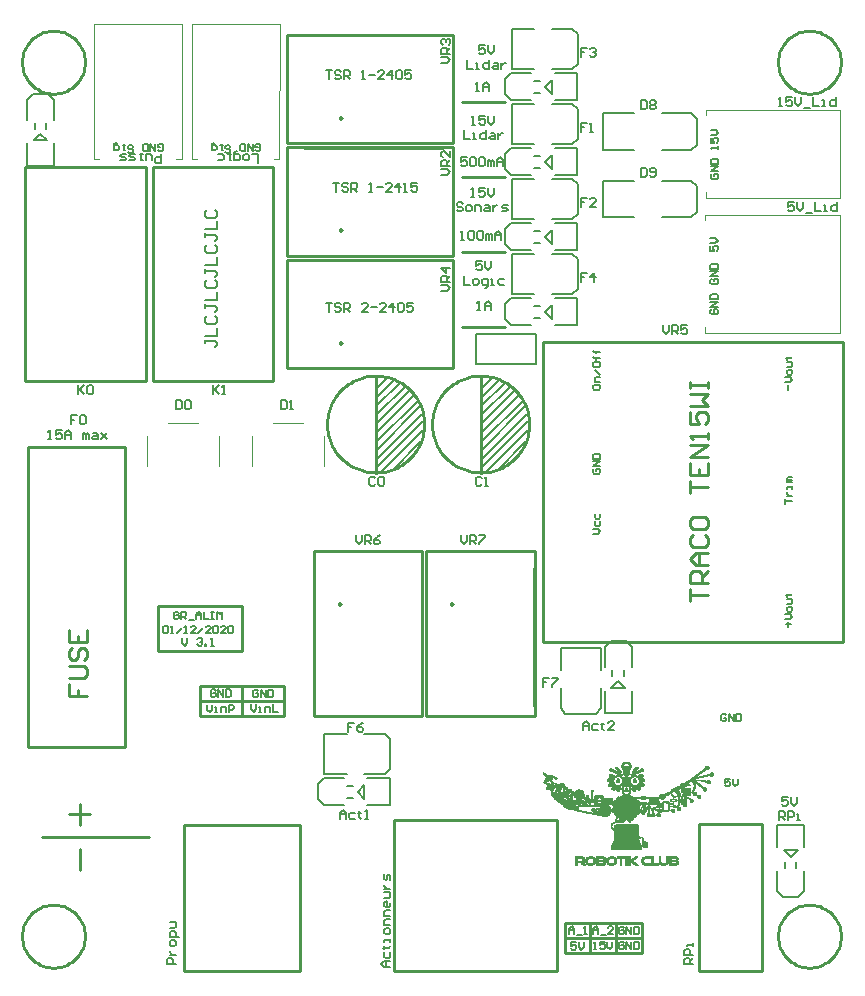
<source format=gto>
G04 Layer_Color=65535*
%FSLAX25Y25*%
%MOIN*%
G70*
G01*
G75*
%ADD39C,0.01000*%
%ADD40C,0.00500*%
%ADD41C,0.00591*%
%ADD42C,0.00787*%
%ADD43C,0.00394*%
%ADD44C,0.00100*%
D39*
X135335Y182500D02*
X135303Y183503D01*
X135210Y184503D01*
X135054Y185495D01*
X134837Y186475D01*
X134560Y187440D01*
X134223Y188386D01*
X133828Y189309D01*
X133377Y190206D01*
X132870Y191073D01*
X132311Y191906D01*
X131700Y192704D01*
X131042Y193462D01*
X130338Y194177D01*
X129590Y194847D01*
X128802Y195470D01*
X127977Y196042D01*
X127118Y196562D01*
X126229Y197028D01*
X125312Y197437D01*
X124372Y197788D01*
X123411Y198081D01*
X122434Y198313D01*
X121445Y198484D01*
X120447Y198593D01*
X119444Y198640D01*
X118440Y198624D01*
X117439Y198546D01*
X116445Y198406D01*
X115461Y198205D01*
X114492Y197942D01*
X113541Y197620D01*
X112612Y197239D01*
X111709Y196802D01*
X110834Y196309D01*
X109992Y195762D01*
X109185Y195165D01*
X108417Y194518D01*
X107691Y193825D01*
X107009Y193088D01*
X106374Y192310D01*
X105789Y191494D01*
X105256Y190643D01*
X104777Y189761D01*
X104353Y188851D01*
X103987Y187916D01*
X103680Y186960D01*
X103432Y185987D01*
X103246Y185000D01*
X103121Y184004D01*
X103059Y183002D01*
Y181998D01*
X103121Y180996D01*
X103246Y180000D01*
X103432Y179013D01*
X103680Y178040D01*
X103987Y177084D01*
X104353Y176149D01*
X104777Y175239D01*
X105256Y174357D01*
X105789Y173506D01*
X106374Y172690D01*
X107009Y171912D01*
X107691Y171175D01*
X108417Y170482D01*
X109185Y169835D01*
X109992Y169238D01*
X110834Y168691D01*
X111709Y168198D01*
X112612Y167761D01*
X113541Y167380D01*
X114492Y167058D01*
X115461Y166796D01*
X116445Y166594D01*
X117439Y166454D01*
X118440Y166376D01*
X119444Y166360D01*
X120447Y166407D01*
X121445Y166516D01*
X122434Y166687D01*
X123411Y166919D01*
X124372Y167212D01*
X125312Y167563D01*
X126229Y167972D01*
X127119Y168438D01*
X127977Y168958D01*
X128802Y169530D01*
X129590Y170153D01*
X130338Y170823D01*
X131042Y171538D01*
X131701Y172296D01*
X132311Y173094D01*
X132870Y173927D01*
X133377Y174794D01*
X133828Y175691D01*
X134223Y176614D01*
X134560Y177560D01*
X134837Y178525D01*
X135054Y179505D01*
X135210Y180497D01*
X135303Y181497D01*
X135335Y182500D01*
X170335D02*
X170303Y183503D01*
X170210Y184503D01*
X170054Y185495D01*
X169837Y186475D01*
X169560Y187440D01*
X169223Y188386D01*
X168828Y189309D01*
X168377Y190206D01*
X167870Y191073D01*
X167311Y191906D01*
X166700Y192704D01*
X166042Y193462D01*
X165338Y194177D01*
X164590Y194847D01*
X163802Y195470D01*
X162977Y196042D01*
X162118Y196562D01*
X161229Y197028D01*
X160312Y197437D01*
X159372Y197788D01*
X158411Y198081D01*
X157434Y198313D01*
X156445Y198484D01*
X155447Y198593D01*
X154444Y198640D01*
X153440Y198624D01*
X152439Y198546D01*
X151445Y198406D01*
X150461Y198205D01*
X149492Y197942D01*
X148541Y197620D01*
X147612Y197239D01*
X146709Y196802D01*
X145834Y196309D01*
X144992Y195762D01*
X144185Y195165D01*
X143417Y194518D01*
X142691Y193825D01*
X142009Y193088D01*
X141374Y192310D01*
X140789Y191494D01*
X140256Y190643D01*
X139777Y189761D01*
X139353Y188851D01*
X138987Y187916D01*
X138680Y186960D01*
X138432Y185987D01*
X138246Y185000D01*
X138121Y184004D01*
X138059Y183002D01*
Y181998D01*
X138121Y180996D01*
X138246Y180000D01*
X138432Y179013D01*
X138680Y178040D01*
X138987Y177084D01*
X139353Y176149D01*
X139777Y175239D01*
X140256Y174357D01*
X140789Y173506D01*
X141374Y172690D01*
X142009Y171912D01*
X142691Y171175D01*
X143417Y170482D01*
X144185Y169835D01*
X144992Y169238D01*
X145834Y168691D01*
X146709Y168198D01*
X147612Y167761D01*
X148541Y167380D01*
X149492Y167058D01*
X150461Y166796D01*
X151445Y166594D01*
X152439Y166454D01*
X153440Y166376D01*
X154444Y166360D01*
X155447Y166407D01*
X156445Y166516D01*
X157434Y166687D01*
X158411Y166919D01*
X159372Y167212D01*
X160312Y167563D01*
X161229Y167972D01*
X162118Y168438D01*
X162977Y168958D01*
X163802Y169530D01*
X164590Y170153D01*
X165338Y170823D01*
X166042Y171538D01*
X166700Y172296D01*
X167311Y173094D01*
X167870Y173927D01*
X168377Y174794D01*
X168828Y175691D01*
X169223Y176614D01*
X169560Y177560D01*
X169837Y178525D01*
X170054Y179505D01*
X170210Y180497D01*
X170303Y181497D01*
X170335Y182500D01*
X108024Y247100D02*
X107388Y247467D01*
Y246733D01*
X108024Y247100D01*
Y284600D02*
X107388Y284967D01*
Y284233D01*
X108024Y284600D01*
Y209600D02*
X107388Y209967D01*
Y209233D01*
X108024Y209600D01*
X22284Y303150D02*
X22236Y304145D01*
X22094Y305132D01*
X21859Y306100D01*
X21533Y307042D01*
X21119Y307948D01*
X20621Y308811D01*
X20043Y309623D01*
X19390Y310376D01*
X18669Y311064D01*
X17886Y311680D01*
X17047Y312219D01*
X16161Y312676D01*
X15236Y313046D01*
X14280Y313327D01*
X13301Y313515D01*
X12309Y313610D01*
X11313D01*
X10321Y313515D01*
X9342Y313327D01*
X8386Y313046D01*
X7461Y312676D01*
X6575Y312219D01*
X5736Y311680D01*
X4953Y311064D01*
X4232Y310376D01*
X3579Y309623D01*
X3001Y308811D01*
X2503Y307948D01*
X2089Y307042D01*
X1763Y306100D01*
X1528Y305132D01*
X1386Y304145D01*
X1339Y303150D01*
X1386Y302154D01*
X1528Y301168D01*
X1763Y300199D01*
X2089Y299257D01*
X2503Y298351D01*
X3001Y297488D01*
X3579Y296676D01*
X4232Y295923D01*
X4953Y295235D01*
X5736Y294619D01*
X6575Y294080D01*
X7461Y293623D01*
X8386Y293253D01*
X9342Y292972D01*
X10321Y292784D01*
X11313Y292689D01*
X12309D01*
X13301Y292784D01*
X14280Y292972D01*
X15236Y293253D01*
X16161Y293623D01*
X17047Y294080D01*
X17886Y294619D01*
X18669Y295235D01*
X19390Y295923D01*
X20043Y296676D01*
X20621Y297488D01*
X21119Y298351D01*
X21533Y299257D01*
X21859Y300199D01*
X22094Y301168D01*
X22236Y302154D01*
X22284Y303150D01*
Y11811D02*
X22236Y12807D01*
X22094Y13793D01*
X21859Y14761D01*
X21533Y15703D01*
X21119Y16610D01*
X20621Y17473D01*
X20043Y18285D01*
X19390Y19038D01*
X18669Y19726D01*
X17886Y20342D01*
X17047Y20880D01*
X16161Y21337D01*
X15236Y21708D01*
X14280Y21988D01*
X13301Y22177D01*
X12309Y22272D01*
X11313D01*
X10321Y22177D01*
X9342Y21988D01*
X8386Y21708D01*
X7461Y21337D01*
X6575Y20880D01*
X5736Y20342D01*
X4953Y19726D01*
X4232Y19038D01*
X3579Y18285D01*
X3001Y17473D01*
X2503Y16610D01*
X2089Y15703D01*
X1763Y14761D01*
X1528Y13793D01*
X1386Y12807D01*
X1339Y11811D01*
X1386Y10816D01*
X1528Y9829D01*
X1763Y8861D01*
X2089Y7919D01*
X2503Y7012D01*
X3001Y6149D01*
X3579Y5337D01*
X4232Y4584D01*
X4953Y3897D01*
X5736Y3280D01*
X6575Y2742D01*
X7461Y2285D01*
X8386Y1915D01*
X9342Y1634D01*
X10321Y1445D01*
X11313Y1350D01*
X12309D01*
X13301Y1445D01*
X14280Y1634D01*
X15236Y1915D01*
X16161Y2285D01*
X17047Y2742D01*
X17886Y3280D01*
X18669Y3897D01*
X19390Y4584D01*
X20043Y5337D01*
X20621Y6149D01*
X21119Y7012D01*
X21533Y7919D01*
X21859Y8861D01*
X22094Y9829D01*
X22236Y10816D01*
X22284Y11811D01*
X107524Y122400D02*
X106888Y122767D01*
Y122033D01*
X107524Y122400D01*
X145024D02*
X144388Y122767D01*
Y122033D01*
X145024Y122400D01*
X274252Y303150D02*
X274205Y304145D01*
X274063Y305132D01*
X273828Y306100D01*
X273502Y307042D01*
X273088Y307948D01*
X272589Y308811D01*
X272011Y309623D01*
X271359Y310376D01*
X270637Y311064D01*
X269854Y311680D01*
X269016Y312219D01*
X268130Y312676D01*
X267205Y313046D01*
X266248Y313327D01*
X265270Y313515D01*
X264278Y313610D01*
X263281D01*
X262289Y313515D01*
X261311Y313327D01*
X260354Y313046D01*
X259429Y312676D01*
X258543Y312219D01*
X257705Y311680D01*
X256922Y311064D01*
X256200Y310376D01*
X255548Y309623D01*
X254970Y308811D01*
X254471Y307948D01*
X254057Y307042D01*
X253731Y306100D01*
X253496Y305132D01*
X253355Y304145D01*
X253307Y303150D01*
X253355Y302154D01*
X253496Y301168D01*
X253731Y300199D01*
X254057Y299257D01*
X254471Y298351D01*
X254970Y297488D01*
X255548Y296676D01*
X256200Y295923D01*
X256922Y295235D01*
X257705Y294619D01*
X258543Y294080D01*
X259429Y293623D01*
X260354Y293253D01*
X261311Y292972D01*
X262289Y292784D01*
X263281Y292689D01*
X264278D01*
X265270Y292784D01*
X266248Y292972D01*
X267205Y293253D01*
X268130Y293623D01*
X269016Y294080D01*
X269854Y294619D01*
X270637Y295235D01*
X271359Y295923D01*
X272011Y296676D01*
X272589Y297488D01*
X273088Y298351D01*
X273502Y299257D01*
X273828Y300199D01*
X274063Y301168D01*
X274205Y302154D01*
X274252Y303150D01*
Y11811D02*
X274205Y12807D01*
X274063Y13793D01*
X273828Y14761D01*
X273502Y15703D01*
X273088Y16610D01*
X272589Y17473D01*
X272011Y18285D01*
X271359Y19038D01*
X270637Y19726D01*
X269854Y20342D01*
X269016Y20880D01*
X268130Y21337D01*
X267205Y21708D01*
X266248Y21988D01*
X265270Y22177D01*
X264278Y22272D01*
X263281D01*
X262289Y22177D01*
X261311Y21988D01*
X260354Y21708D01*
X259429Y21337D01*
X258543Y20880D01*
X257705Y20342D01*
X256922Y19726D01*
X256200Y19038D01*
X255548Y18285D01*
X254970Y17473D01*
X254471Y16610D01*
X254057Y15703D01*
X253731Y14761D01*
X253496Y13793D01*
X253355Y12807D01*
X253307Y11811D01*
X253355Y10816D01*
X253496Y9829D01*
X253731Y8861D01*
X254057Y7919D01*
X254471Y7012D01*
X254970Y6149D01*
X255548Y5337D01*
X256200Y4584D01*
X256922Y3897D01*
X257705Y3280D01*
X258543Y2742D01*
X259429Y2285D01*
X260354Y1915D01*
X261311Y1634D01*
X262289Y1445D01*
X263281Y1350D01*
X264278D01*
X265270Y1445D01*
X266248Y1634D01*
X267205Y1915D01*
X268130Y2285D01*
X269016Y2742D01*
X269854Y3280D01*
X270637Y3897D01*
X271359Y4584D01*
X272011Y5337D01*
X272589Y6149D01*
X273088Y7012D01*
X273502Y7919D01*
X273828Y8861D01*
X274063Y9829D01*
X274205Y10816D01*
X274252Y11811D01*
X226870Y49095D02*
X248130D01*
Y276D02*
Y49095D01*
X226870Y21535D02*
Y49095D01*
Y276D02*
Y49095D01*
Y276D02*
X248130D01*
X125335Y50669D02*
X179665D01*
X125335Y276D02*
X179665D01*
X125335D02*
Y50669D01*
X179665Y276D02*
Y50669D01*
X20500Y49000D02*
Y56000D01*
X17000Y52500D02*
X24000D01*
X20500Y34000D02*
Y41000D01*
X8000Y45000D02*
X43500D01*
X119390Y166752D02*
Y198248D01*
Y191358D02*
X119390D01*
X154390D02*
X154390D01*
X154390Y166752D02*
Y198248D01*
X3268Y75000D02*
X35748D01*
Y175000D01*
X3268D02*
X35748D01*
X3268Y75000D02*
Y175000D01*
X2450Y196700D02*
X42550D01*
X2450D02*
Y268300D01*
X42550D01*
Y196700D02*
Y268300D01*
X44950Y196700D02*
X85050D01*
X44950D02*
Y268300D01*
X85050D01*
Y196700D02*
Y268300D01*
X89784Y274700D02*
X144902D01*
X89784Y238579D02*
Y274700D01*
Y238579D02*
X144902D01*
Y274700D01*
X95413Y274547D02*
X141476D01*
X89784Y312200D02*
X144902D01*
X89784Y276079D02*
Y312200D01*
Y276079D02*
X144902D01*
Y312200D01*
X95413Y312047D02*
X141476D01*
X89784Y237200D02*
X144902D01*
X89784Y201079D02*
Y237200D01*
Y201079D02*
X144902D01*
Y237200D01*
X95413Y237047D02*
X141476D01*
X175000Y210000D02*
X275000D01*
X175000Y110000D02*
Y210000D01*
Y110000D02*
X275000D01*
Y210000D01*
X55335Y49000D02*
X93917D01*
X55335Y276D02*
X93917D01*
X55335D02*
Y49000D01*
X93917Y276D02*
Y49000D01*
X134700Y85098D02*
Y140217D01*
X98579D02*
X134700D01*
X98579Y85098D02*
Y140217D01*
Y85098D02*
X134700D01*
X134547Y88524D02*
Y134587D01*
X172200Y85098D02*
Y140217D01*
X136079D02*
X172200D01*
X136079Y85098D02*
Y140217D01*
Y85098D02*
X172200D01*
X172047Y88524D02*
Y134587D01*
X46500Y107000D02*
X74500D01*
X46500Y122000D02*
X74500D01*
Y107000D02*
Y122000D01*
X46500Y107000D02*
Y122000D01*
X148000Y239900D02*
X162400D01*
X148000Y264900D02*
X162400D01*
X148000Y289900D02*
X162400D01*
X148000Y214900D02*
X162400D01*
X60500Y85200D02*
X88500D01*
Y95200D01*
X60500D02*
X88500D01*
X60500Y85200D02*
Y95200D01*
X74500Y85200D02*
Y95200D01*
X60500Y90200D02*
X88500D01*
X182400Y11200D02*
X207500D01*
X190800Y6200D02*
Y16200D01*
X182400Y6200D02*
Y16200D01*
X208100D01*
X182400Y6200D02*
X208100D01*
X199200D02*
Y16200D01*
X208100Y6200D02*
Y16200D01*
X224002Y123512D02*
Y127510D01*
Y125511D01*
X230000D01*
Y129510D02*
X224002D01*
Y132509D01*
X225002Y133509D01*
X227001D01*
X228001Y132509D01*
Y129510D01*
Y131509D02*
X230000Y133509D01*
Y135508D02*
X226001D01*
X224002Y137507D01*
X226001Y139507D01*
X230000D01*
X227001D01*
Y135508D01*
X225002Y145505D02*
X224002Y144505D01*
Y142506D01*
X225002Y141506D01*
X229000D01*
X230000Y142506D01*
Y144505D01*
X229000Y145505D01*
X224002Y150503D02*
Y148504D01*
X225002Y147504D01*
X229000D01*
X230000Y148504D01*
Y150503D01*
X229000Y151503D01*
X225002D01*
X224002Y150503D01*
Y159500D02*
Y163499D01*
Y161500D01*
X230000D01*
X224002Y169497D02*
Y165498D01*
X230000D01*
Y169497D01*
X227001Y165498D02*
Y167498D01*
X230000Y171496D02*
X224002D01*
X230000Y175495D01*
X224002D01*
X230000Y177494D02*
Y179494D01*
Y178494D01*
X224002D01*
X225002Y177494D01*
X224002Y186491D02*
Y182493D01*
X227001D01*
X226001Y184492D01*
Y185492D01*
X227001Y186491D01*
X229000D01*
X230000Y185492D01*
Y183492D01*
X229000Y182493D01*
X224002Y188491D02*
X230000D01*
X228001Y190490D01*
X230000Y192490D01*
X224002D01*
Y194489D02*
Y196488D01*
Y195489D01*
X230000D01*
Y194489D01*
Y196488D01*
X17002Y95999D02*
Y92000D01*
X20001D01*
Y93999D01*
Y92000D01*
X23000D01*
X17002Y97998D02*
X22000D01*
X23000Y98998D01*
Y100997D01*
X22000Y101997D01*
X17002D01*
X18002Y107995D02*
X17002Y106995D01*
Y104996D01*
X18002Y103996D01*
X19001D01*
X20001Y104996D01*
Y106995D01*
X21001Y107995D01*
X22000D01*
X23000Y106995D01*
Y104996D01*
X22000Y103996D01*
X17002Y113993D02*
Y109994D01*
X23000D01*
Y113993D01*
X20001Y109994D02*
Y111994D01*
D40*
X7450Y279350D02*
X9726Y277074D01*
X5147Y277047D02*
X7450Y279350D01*
X119390Y191358D02*
X125295Y197264D01*
X119390Y188406D02*
X127264Y196280D01*
X119390Y185453D02*
X129232Y195295D01*
X119390Y182500D02*
X130445Y193555D01*
X119390Y179547D02*
X131921Y192079D01*
X119390Y176594D02*
X133148Y190352D01*
X119390Y173642D02*
X134124Y188376D01*
X119390Y170689D02*
X134600Y185900D01*
X119390Y167736D02*
X135077Y183423D01*
X121053Y166447D02*
X135053Y180447D01*
X119390Y194311D02*
X122835Y197756D01*
X124500Y167000D02*
X134000Y176500D01*
X159500Y167000D02*
X169000Y176500D01*
X154390Y194311D02*
X157835Y197756D01*
X156053Y166447D02*
X170053Y180447D01*
X154390Y167736D02*
X170077Y183423D01*
X154390Y170689D02*
X169600Y185900D01*
X154390Y173642D02*
X169124Y188376D01*
X154390Y176594D02*
X168148Y190352D01*
X154390Y179547D02*
X166921Y192079D01*
X154390Y182500D02*
X165445Y193555D01*
X154390Y185453D02*
X164232Y195295D01*
X154390Y188406D02*
X162264Y196280D01*
X154390Y191358D02*
X160295Y197264D01*
X175650Y219950D02*
X177926Y222226D01*
X175650Y219950D02*
X177953Y217647D01*
X175650Y269950D02*
X177953Y267647D01*
X175650Y269950D02*
X177926Y272226D01*
X175650Y294950D02*
X177926Y297226D01*
X175650Y294950D02*
X177953Y292647D01*
X175650Y244950D02*
X177953Y242647D01*
X175650Y244950D02*
X177926Y247226D01*
X255274Y40426D02*
X257550Y38150D01*
X259853Y40453D01*
X113150Y59950D02*
X115453Y57647D01*
X113150Y59950D02*
X115426Y62226D01*
X197647Y94547D02*
X199950Y96850D01*
X202226Y94574D01*
X63124Y88949D02*
Y87283D01*
X63957Y86450D01*
X64790Y87283D01*
Y88949D01*
X65623Y86450D02*
X66457D01*
X66040D01*
Y88116D01*
X65623D01*
X67706Y86450D02*
Y88116D01*
X68956D01*
X69372Y87700D01*
Y86450D01*
X70205D02*
Y88949D01*
X71455D01*
X71872Y88533D01*
Y87700D01*
X71455Y87283D01*
X70205D01*
X53544Y119539D02*
X53127Y119955D01*
X52294D01*
X51878Y119539D01*
Y117873D01*
X52294Y117456D01*
X53127D01*
X53544Y117873D01*
Y118706D01*
X52711D01*
X54377Y117456D02*
Y119955D01*
X55626D01*
X56043Y119539D01*
Y118706D01*
X55626Y118289D01*
X54377D01*
X55210D02*
X56043Y117456D01*
X56876Y117040D02*
X58542D01*
X59375Y117456D02*
Y119122D01*
X60208Y119955D01*
X61041Y119122D01*
Y117456D01*
Y118706D01*
X59375D01*
X61874Y119955D02*
Y117456D01*
X63541D01*
X64374Y119955D02*
X65207D01*
X64790D01*
Y117456D01*
X64374D01*
X65207D01*
X66456D02*
Y119955D01*
X67289Y119122D01*
X68122Y119955D01*
Y117456D01*
X48337Y114923D02*
X48754Y115340D01*
X49587D01*
X50003Y114923D01*
Y113257D01*
X49587Y112840D01*
X48754D01*
X48337Y113257D01*
Y114923D01*
X50836Y112840D02*
X51669D01*
X51253D01*
Y115340D01*
X50836Y114923D01*
X52919Y112840D02*
X54585Y114507D01*
X55418Y112840D02*
X56251D01*
X55835D01*
Y115340D01*
X55418Y114923D01*
X59167Y112840D02*
X57501D01*
X59167Y114507D01*
Y114923D01*
X58750Y115340D01*
X57917D01*
X57501Y114923D01*
X60000Y112840D02*
X61666Y114507D01*
X64165Y112840D02*
X62499D01*
X64165Y114507D01*
Y114923D01*
X63749Y115340D01*
X62916D01*
X62499Y114923D01*
X64998D02*
X65415Y115340D01*
X66248D01*
X66664Y114923D01*
Y113257D01*
X66248Y112840D01*
X65415D01*
X64998Y113257D01*
Y114923D01*
X69164Y112840D02*
X67498D01*
X69164Y114507D01*
Y114923D01*
X68747Y115340D01*
X67914D01*
X67498Y114923D01*
X69997D02*
X70413Y115340D01*
X71246D01*
X71663Y114923D01*
Y113257D01*
X71246Y112840D01*
X70413D01*
X69997Y113257D01*
Y114923D01*
X54793Y111141D02*
Y109475D01*
X55626Y108642D01*
X56459Y109475D01*
Y111141D01*
X59792Y110724D02*
X60208Y111141D01*
X61041D01*
X61458Y110724D01*
Y110308D01*
X61041Y109891D01*
X60625D01*
X61041D01*
X61458Y109475D01*
Y109058D01*
X61041Y108642D01*
X60208D01*
X59792Y109058D01*
X62291Y108642D02*
Y109058D01*
X62707D01*
Y108642D01*
X62291D01*
X64374D02*
X65207D01*
X64790D01*
Y111141D01*
X64374Y110724D01*
X151249Y282299D02*
X152249D01*
X151749D01*
Y285298D01*
X151249Y284798D01*
X155748Y285298D02*
X153748D01*
Y283798D01*
X154748Y284298D01*
X155248D01*
X155748Y283798D01*
Y282799D01*
X155248Y282299D01*
X154248D01*
X153748Y282799D01*
X156747Y285298D02*
Y283298D01*
X157747Y282299D01*
X158747Y283298D01*
Y285298D01*
X148500Y280499D02*
Y277500D01*
X150499D01*
X151499D02*
X152499D01*
X151999D01*
Y279499D01*
X151499D01*
X155998Y280499D02*
Y277500D01*
X154498D01*
X153998Y278000D01*
Y278999D01*
X154498Y279499D01*
X155998D01*
X157497D02*
X158497D01*
X158997Y278999D01*
Y277500D01*
X157497D01*
X156997Y278000D01*
X157497Y278500D01*
X158997D01*
X159996Y279499D02*
Y277500D01*
Y278500D01*
X160496Y278999D01*
X160996Y279499D01*
X161496D01*
X155498Y308798D02*
X153499D01*
Y307298D01*
X154498Y307798D01*
X154998D01*
X155498Y307298D01*
Y306299D01*
X154998Y305799D01*
X153999D01*
X153499Y306299D01*
X156498Y308798D02*
Y306799D01*
X157497Y305799D01*
X158497Y306799D01*
Y308798D01*
X149500Y303999D02*
Y301000D01*
X151499D01*
X152499D02*
X153499D01*
X152999D01*
Y302999D01*
X152499D01*
X156998Y303999D02*
Y301000D01*
X155498D01*
X154998Y301500D01*
Y302500D01*
X155498Y302999D01*
X156998D01*
X158497D02*
X159497D01*
X159997Y302500D01*
Y301000D01*
X158497D01*
X157997Y301500D01*
X158497Y302000D01*
X159997D01*
X160996Y302999D02*
Y301000D01*
Y302000D01*
X161496Y302500D01*
X161996Y302999D01*
X162496D01*
X150998Y258299D02*
X151998D01*
X151498D01*
Y261298D01*
X150998Y260798D01*
X155497Y261298D02*
X153497D01*
Y259798D01*
X154497Y260298D01*
X154997D01*
X155497Y259798D01*
Y258799D01*
X154997Y258299D01*
X153997D01*
X153497Y258799D01*
X156496Y261298D02*
Y259298D01*
X157496Y258299D01*
X158496Y259298D01*
Y261298D01*
X148249Y255999D02*
X147749Y256499D01*
X146749D01*
X146250Y255999D01*
Y255499D01*
X146749Y254999D01*
X147749D01*
X148249Y254500D01*
Y254000D01*
X147749Y253500D01*
X146749D01*
X146250Y254000D01*
X149749Y253500D02*
X150748D01*
X151248Y254000D01*
Y254999D01*
X150748Y255499D01*
X149749D01*
X149249Y254999D01*
Y254000D01*
X149749Y253500D01*
X152248D02*
Y255499D01*
X153747D01*
X154247Y254999D01*
Y253500D01*
X155746Y255499D02*
X156746D01*
X157246Y254999D01*
Y253500D01*
X155746D01*
X155247Y254000D01*
X155746Y254500D01*
X157246D01*
X158246Y255499D02*
Y253500D01*
Y254500D01*
X158746Y254999D01*
X159245Y255499D01*
X159745D01*
X161245Y253500D02*
X162744D01*
X163244Y254000D01*
X162744Y254500D01*
X161745D01*
X161245Y254999D01*
X161745Y255499D01*
X163244D01*
X154747Y236798D02*
X152748D01*
Y235298D01*
X153747Y235798D01*
X154247D01*
X154747Y235298D01*
Y234298D01*
X154247Y233799D01*
X153247D01*
X152748Y234298D01*
X155747Y236798D02*
Y234798D01*
X156746Y233799D01*
X157746Y234798D01*
Y236798D01*
X148499Y231999D02*
Y229000D01*
X150498D01*
X151998D02*
X152998D01*
X153497Y229500D01*
Y230499D01*
X152998Y230999D01*
X151998D01*
X151498Y230499D01*
Y229500D01*
X151998Y229000D01*
X155497Y228000D02*
X155997D01*
X156496Y228500D01*
Y230999D01*
X154997D01*
X154497Y230499D01*
Y229500D01*
X154997Y229000D01*
X156496D01*
X157496D02*
X158496D01*
X157996D01*
Y230999D01*
X157496D01*
X161995D02*
X160495D01*
X159995Y230499D01*
Y229500D01*
X160495Y229000D01*
X161995D01*
X256498Y58298D02*
X254499D01*
Y56798D01*
X255498Y57298D01*
X255998D01*
X256498Y56798D01*
Y55799D01*
X255998Y55299D01*
X254998D01*
X254499Y55799D01*
X257498Y58298D02*
Y56299D01*
X258497Y55299D01*
X259497Y56299D01*
Y58298D01*
X253499Y50500D02*
Y53499D01*
X254998D01*
X255498Y52999D01*
Y51999D01*
X254998Y51500D01*
X253499D01*
X254499D02*
X255498Y50500D01*
X256498D02*
Y53499D01*
X257998D01*
X258497Y52999D01*
Y51999D01*
X257998Y51500D01*
X256498D01*
X259497Y50500D02*
X260497D01*
X259997D01*
Y52499D01*
X259497D01*
X188250Y80399D02*
Y82399D01*
X189249Y83398D01*
X190249Y82399D01*
Y80399D01*
Y81899D01*
X188250D01*
X193248Y82399D02*
X191748D01*
X191249Y81899D01*
Y80899D01*
X191748Y80399D01*
X193248D01*
X194747Y82899D02*
Y82399D01*
X194248D01*
X195247D01*
X194747D01*
Y80899D01*
X195247Y80399D01*
X198746D02*
X196747D01*
X198746Y82399D01*
Y82899D01*
X198246Y83398D01*
X197247D01*
X196747Y82899D01*
X107249Y51010D02*
Y53009D01*
X108249Y54009D01*
X109249Y53009D01*
Y51010D01*
Y52509D01*
X107249D01*
X112248Y53009D02*
X110748D01*
X110248Y52509D01*
Y51509D01*
X110748Y51010D01*
X112248D01*
X113747Y53509D02*
Y53009D01*
X113248D01*
X114247D01*
X113747D01*
Y51509D01*
X114247Y51010D01*
X115747D02*
X116746D01*
X116246D01*
Y54009D01*
X115747Y53509D01*
X80032Y93533D02*
X79615Y93949D01*
X78782D01*
X78366Y93533D01*
Y91866D01*
X78782Y91450D01*
X79615D01*
X80032Y91866D01*
Y92699D01*
X79199D01*
X80865Y91450D02*
Y93949D01*
X82531Y91450D01*
Y93949D01*
X83364D02*
Y91450D01*
X84614D01*
X85030Y91866D01*
Y93533D01*
X84614Y93949D01*
X83364D01*
X77724Y89049D02*
Y87383D01*
X78557Y86550D01*
X79390Y87383D01*
Y89049D01*
X80224Y86550D02*
X81057D01*
X80640D01*
Y88216D01*
X80224D01*
X82306Y86550D02*
Y88216D01*
X83556D01*
X83972Y87800D01*
Y86550D01*
X84805Y89049D02*
Y86550D01*
X86471D01*
X65832Y93633D02*
X65415Y94049D01*
X64582D01*
X64166Y93633D01*
Y91966D01*
X64582Y91550D01*
X65415D01*
X65832Y91966D01*
Y92800D01*
X64999D01*
X66665Y91550D02*
Y94049D01*
X68331Y91550D01*
Y94049D01*
X69164D02*
Y91550D01*
X70414D01*
X70830Y91966D01*
Y93633D01*
X70414Y94049D01*
X69164D01*
X231167Y220732D02*
X230751Y220315D01*
Y219482D01*
X231167Y219066D01*
X232834D01*
X233250Y219482D01*
Y220315D01*
X232834Y220732D01*
X232000D01*
Y219899D01*
X233250Y221565D02*
X230751D01*
X233250Y223231D01*
X230751D01*
Y224064D02*
X233250D01*
Y225314D01*
X232834Y225730D01*
X231167D01*
X230751Y225314D01*
Y224064D01*
X231167Y230889D02*
X230751Y230473D01*
Y229640D01*
X231167Y229223D01*
X232834D01*
X233250Y229640D01*
Y230473D01*
X232834Y230889D01*
X232000D01*
Y230056D01*
X233250Y231722D02*
X230751D01*
X233250Y233388D01*
X230751D01*
Y234222D02*
X233250D01*
Y235471D01*
X232834Y235888D01*
X231167D01*
X230751Y235471D01*
Y234222D01*
X231238Y265889D02*
X230822Y265473D01*
Y264640D01*
X231238Y264223D01*
X232904D01*
X233321Y264640D01*
Y265473D01*
X232904Y265889D01*
X232071D01*
Y265056D01*
X233321Y266722D02*
X230822D01*
X233321Y268388D01*
X230822D01*
Y269221D02*
X233321D01*
Y270471D01*
X232904Y270888D01*
X231238D01*
X230822Y270471D01*
Y269221D01*
X79111Y273867D02*
X79527Y273451D01*
X80360D01*
X80777Y273867D01*
Y275534D01*
X80360Y275950D01*
X79527D01*
X79111Y275534D01*
Y274700D01*
X79944D01*
X78278Y275950D02*
Y273451D01*
X76612Y275950D01*
Y273451D01*
X75779D02*
Y275950D01*
X74529D01*
X74112Y275534D01*
Y273867D01*
X74529Y273451D01*
X75779D01*
X46611Y273867D02*
X47027Y273451D01*
X47860D01*
X48277Y273867D01*
Y275534D01*
X47860Y275950D01*
X47027D01*
X46611Y275534D01*
Y274700D01*
X47444D01*
X45778Y275950D02*
Y273451D01*
X44111Y275950D01*
Y273451D01*
X43279D02*
Y275950D01*
X42029D01*
X41612Y275534D01*
Y273867D01*
X42029Y273451D01*
X43279D01*
X69060Y273284D02*
X69476Y272868D01*
X70310D01*
X70726Y273284D01*
Y273701D01*
X70310Y274117D01*
X69476D01*
X69060Y274534D01*
Y274950D01*
X69476Y275367D01*
X70310D01*
X70726Y274950D01*
X68227Y275367D02*
X67394D01*
X67810D01*
Y273701D01*
X68227D01*
X65311Y276200D02*
X64895D01*
X64478Y275783D01*
Y273701D01*
X65728D01*
X66144Y274117D01*
Y274950D01*
X65728Y275367D01*
X64478D01*
X36560Y273284D02*
X36977Y272868D01*
X37810D01*
X38226Y273284D01*
Y273701D01*
X37810Y274117D01*
X36977D01*
X36560Y274534D01*
Y274950D01*
X36977Y275367D01*
X37810D01*
X38226Y274950D01*
X35727Y275367D02*
X34894D01*
X35310D01*
Y273701D01*
X35727D01*
X32811Y276200D02*
X32395D01*
X31978Y275783D01*
Y273701D01*
X33228D01*
X33644Y274117D01*
Y274950D01*
X33228Y275367D01*
X31978D01*
X230751Y241981D02*
Y240315D01*
X232000D01*
X231584Y241148D01*
Y241565D01*
X232000Y241981D01*
X232834D01*
X233250Y241565D01*
Y240732D01*
X232834Y240315D01*
X230751Y242814D02*
X232417D01*
X233250Y243648D01*
X232417Y244481D01*
X230751D01*
X233321Y274274D02*
Y275107D01*
Y274690D01*
X230822D01*
X231238Y274274D01*
X230822Y278023D02*
Y276357D01*
X232071D01*
X231655Y277190D01*
Y277606D01*
X232071Y278023D01*
X232904D01*
X233321Y277606D01*
Y276773D01*
X232904Y276357D01*
X230822Y278856D02*
X232488D01*
X233321Y279689D01*
X232488Y280522D01*
X230822D01*
X183682Y12558D02*
Y14224D01*
X184515Y15057D01*
X185348Y14224D01*
Y12558D01*
Y13808D01*
X183682D01*
X186181Y12142D02*
X187847D01*
X188681Y12558D02*
X189514D01*
X189097D01*
Y15057D01*
X188681Y14641D01*
X191874Y7450D02*
X192707D01*
X192290D01*
Y9949D01*
X191874Y9533D01*
X195623Y9949D02*
X193957D01*
Y8699D01*
X194790Y9116D01*
X195206D01*
X195623Y8699D01*
Y7867D01*
X195206Y7450D01*
X194373D01*
X193957Y7867D01*
X196456Y9949D02*
Y8283D01*
X197289Y7450D01*
X198122Y8283D01*
Y9949D01*
X191666Y12558D02*
Y14224D01*
X192499Y15057D01*
X193332Y14224D01*
Y12558D01*
Y13808D01*
X191666D01*
X194165Y12142D02*
X195831D01*
X198330Y12558D02*
X196664D01*
X198330Y14224D01*
Y14641D01*
X197914Y15057D01*
X197081D01*
X196664Y14641D01*
X185981Y9849D02*
X184315D01*
Y8600D01*
X185148Y9016D01*
X185565D01*
X185981Y8600D01*
Y7767D01*
X185565Y7350D01*
X184732D01*
X184315Y7767D01*
X186814Y9849D02*
Y8183D01*
X187647Y7350D01*
X188481Y8183D01*
Y9849D01*
X201932Y14533D02*
X201515Y14949D01*
X200682D01*
X200266Y14533D01*
Y12867D01*
X200682Y12450D01*
X201515D01*
X201932Y12867D01*
Y13700D01*
X201099D01*
X202765Y12450D02*
Y14949D01*
X204431Y12450D01*
Y14949D01*
X205264D02*
Y12450D01*
X206514D01*
X206930Y12867D01*
Y14533D01*
X206514Y14949D01*
X205264D01*
X201932Y9533D02*
X201515Y9949D01*
X200682D01*
X200266Y9533D01*
Y7867D01*
X200682Y7450D01*
X201515D01*
X201932Y7867D01*
Y8699D01*
X201099D01*
X202765Y7450D02*
Y9949D01*
X204431Y7450D01*
Y9949D01*
X205264D02*
Y7450D01*
X206514D01*
X206930Y7867D01*
Y9533D01*
X206514Y9949D01*
X205264D01*
X237381Y64249D02*
X235715D01*
Y62999D01*
X236548Y63416D01*
X236965D01*
X237381Y62999D01*
Y62166D01*
X236965Y61750D01*
X236132D01*
X235715Y62166D01*
X238214Y64249D02*
Y62583D01*
X239048Y61750D01*
X239881Y62583D01*
Y64249D01*
X236132Y85486D02*
X235715Y85903D01*
X234882D01*
X234466Y85486D01*
Y83820D01*
X234882Y83403D01*
X235715D01*
X236132Y83820D01*
Y84653D01*
X235299D01*
X236965Y83403D02*
Y85903D01*
X238631Y83403D01*
Y85903D01*
X239464D02*
Y83403D01*
X240714D01*
X241130Y83820D01*
Y85486D01*
X240714Y85903D01*
X239464D01*
X253500Y288500D02*
X254500D01*
X254000D01*
Y291499D01*
X253500Y290999D01*
X257998Y291499D02*
X255999D01*
Y290000D01*
X256999Y290499D01*
X257499D01*
X257998Y290000D01*
Y289000D01*
X257499Y288500D01*
X256499D01*
X255999Y289000D01*
X258998Y291499D02*
Y289500D01*
X259998Y288500D01*
X260998Y289500D01*
Y291499D01*
X261997Y288000D02*
X263997D01*
X264996Y291499D02*
Y288500D01*
X266996D01*
X267995D02*
X268995D01*
X268495D01*
Y290499D01*
X267995D01*
X272494Y291499D02*
Y288500D01*
X270994D01*
X270495Y289000D01*
Y290000D01*
X270994Y290499D01*
X272494D01*
X124000Y1500D02*
X122001D01*
X121001Y2500D01*
X122001Y3499D01*
X124000D01*
X122501D01*
Y1500D01*
X122001Y6498D02*
Y4999D01*
X122501Y4499D01*
X123500D01*
X124000Y4999D01*
Y6498D01*
X121501Y7998D02*
X122001D01*
Y7498D01*
Y8498D01*
Y7998D01*
X123500D01*
X124000Y8498D01*
Y9997D02*
Y10997D01*
Y10497D01*
X122001D01*
Y9997D01*
X124000Y12996D02*
Y13996D01*
X123500Y14496D01*
X122501D01*
X122001Y13996D01*
Y12996D01*
X122501Y12496D01*
X123500D01*
X124000Y12996D01*
Y15495D02*
X122001D01*
Y16995D01*
X122501Y17495D01*
X124000D01*
Y18495D02*
X122001D01*
Y19994D01*
X122501Y20494D01*
X124000D01*
Y22993D02*
Y21993D01*
X123500Y21494D01*
X122501D01*
X122001Y21993D01*
Y22993D01*
X122501Y23493D01*
X123000D01*
Y21494D01*
X122001Y24493D02*
X123500D01*
X124000Y24992D01*
Y26492D01*
X122001D01*
Y27492D02*
X124000D01*
X123000D01*
X122501Y27991D01*
X122001Y28491D01*
Y28991D01*
X124000Y30491D02*
Y31990D01*
X123500Y32490D01*
X123000Y31990D01*
Y30990D01*
X122501Y30491D01*
X122001Y30990D01*
Y32490D01*
X118999Y164499D02*
X118500Y164999D01*
X117500D01*
X117000Y164499D01*
Y162500D01*
X117500Y162000D01*
X118500D01*
X118999Y162500D01*
X119999Y164499D02*
X120499Y164999D01*
X121499D01*
X121998Y164499D01*
Y162500D01*
X121499Y162000D01*
X120499D01*
X119999Y162500D01*
Y164499D01*
X154499D02*
X153999Y164999D01*
X153000D01*
X152500Y164499D01*
Y162500D01*
X153000Y162000D01*
X153999D01*
X154499Y162500D01*
X155499Y162000D02*
X156499D01*
X155999D01*
Y164999D01*
X155499Y164499D01*
X207500Y290499D02*
Y287500D01*
X208999D01*
X209499Y288000D01*
Y289999D01*
X208999Y290499D01*
X207500D01*
X210499Y289999D02*
X210999Y290499D01*
X211999D01*
X212498Y289999D01*
Y289499D01*
X211999Y289000D01*
X212498Y288500D01*
Y288000D01*
X211999Y287500D01*
X210999D01*
X210499Y288000D01*
Y288500D01*
X210999Y289000D01*
X210499Y289499D01*
Y289999D01*
X210999Y289000D02*
X211999D01*
X207500Y267999D02*
Y265000D01*
X208999D01*
X209499Y265500D01*
Y267499D01*
X208999Y267999D01*
X207500D01*
X210499Y265500D02*
X210999Y265000D01*
X211999D01*
X212498Y265500D01*
Y267499D01*
X211999Y267999D01*
X210999D01*
X210499Y267499D01*
Y266999D01*
X210999Y266499D01*
X212498D01*
X10000Y177500D02*
X11000D01*
X10500D01*
Y180499D01*
X10000Y179999D01*
X14499Y180499D02*
X12499D01*
Y178999D01*
X13499Y179499D01*
X13999D01*
X14499Y178999D01*
Y178000D01*
X13999Y177500D01*
X12999D01*
X12499Y178000D01*
X15498Y177500D02*
Y179499D01*
X16498Y180499D01*
X17498Y179499D01*
Y177500D01*
Y178999D01*
X15498D01*
X21496Y177500D02*
Y179499D01*
X21996D01*
X22496Y178999D01*
Y177500D01*
Y178999D01*
X22996Y179499D01*
X23496Y178999D01*
Y177500D01*
X24995Y179499D02*
X25995D01*
X26495Y178999D01*
Y177500D01*
X24995D01*
X24495Y178000D01*
X24995Y178500D01*
X26495D01*
X27494Y179499D02*
X29494Y177500D01*
X28494Y178500D01*
X29494Y179499D01*
X27494Y177500D01*
X19499Y185499D02*
X17500D01*
Y184000D01*
X18500D01*
X17500D01*
Y182500D01*
X20499Y184999D02*
X20999Y185499D01*
X21999D01*
X22498Y184999D01*
Y183000D01*
X21999Y182500D01*
X20999D01*
X20499Y183000D01*
Y184999D01*
X149499Y271499D02*
X147500D01*
Y270000D01*
X148500Y270499D01*
X149000D01*
X149499Y270000D01*
Y269000D01*
X149000Y268500D01*
X148000D01*
X147500Y269000D01*
X150499Y270999D02*
X150999Y271499D01*
X151999D01*
X152498Y270999D01*
Y269000D01*
X151999Y268500D01*
X150999D01*
X150499Y269000D01*
Y270999D01*
X153498D02*
X153998Y271499D01*
X154998D01*
X155497Y270999D01*
Y269000D01*
X154998Y268500D01*
X153998D01*
X153498Y269000D01*
Y270999D01*
X156497Y268500D02*
Y270499D01*
X156997D01*
X157497Y270000D01*
Y268500D01*
Y270000D01*
X157997Y270499D01*
X158496Y270000D01*
Y268500D01*
X159496D02*
Y270499D01*
X160496Y271499D01*
X161495Y270499D01*
Y268500D01*
Y270000D01*
X159496D01*
X189499Y282999D02*
X187500D01*
Y281500D01*
X188500D01*
X187500D01*
Y280000D01*
X190499D02*
X191499D01*
X190999D01*
Y282999D01*
X190499Y282499D01*
X147500Y244000D02*
X148500D01*
X148000D01*
Y246999D01*
X147500Y246499D01*
X149999D02*
X150499Y246999D01*
X151499D01*
X151998Y246499D01*
Y244500D01*
X151499Y244000D01*
X150499D01*
X149999Y244500D01*
Y246499D01*
X152998D02*
X153498Y246999D01*
X154498D01*
X154998Y246499D01*
Y244500D01*
X154498Y244000D01*
X153498D01*
X152998Y244500D01*
Y246499D01*
X155997Y244000D02*
Y245999D01*
X156497D01*
X156997Y245499D01*
Y244000D01*
Y245499D01*
X157497Y245999D01*
X157997Y245499D01*
Y244000D01*
X158996D02*
Y245999D01*
X159996Y246999D01*
X160996Y245999D01*
Y244000D01*
Y245499D01*
X158996D01*
X189499Y257999D02*
X187500D01*
Y256500D01*
X188500D01*
X187500D01*
Y255000D01*
X192498D02*
X190499D01*
X192498Y256999D01*
Y257499D01*
X191999Y257999D01*
X190999D01*
X190499Y257499D01*
X152500Y293500D02*
X153500D01*
X153000D01*
Y296499D01*
X152500Y295999D01*
X154999Y293500D02*
Y295499D01*
X155999Y296499D01*
X156999Y295499D01*
Y293500D01*
Y295000D01*
X154999D01*
X189499Y307999D02*
X187500D01*
Y306500D01*
X188500D01*
X187500D01*
Y305000D01*
X190499Y307499D02*
X190999Y307999D01*
X191999D01*
X192498Y307499D01*
Y306999D01*
X191999Y306500D01*
X191499D01*
X191999D01*
X192498Y306000D01*
Y305500D01*
X191999Y305000D01*
X190999D01*
X190499Y305500D01*
X153000Y220500D02*
X154000D01*
X153500D01*
Y223499D01*
X153000Y222999D01*
X155499Y220500D02*
Y222499D01*
X156499Y223499D01*
X157499Y222499D01*
Y220500D01*
Y222000D01*
X155499D01*
X189499Y232999D02*
X187500D01*
Y231500D01*
X188500D01*
X187500D01*
Y230000D01*
X191999D02*
Y232999D01*
X190499Y231500D01*
X192498D01*
X20000Y195499D02*
Y192500D01*
Y193500D01*
X21999Y195499D01*
X20500Y194000D01*
X21999Y192500D01*
X22999Y194999D02*
X23499Y195499D01*
X24499D01*
X24998Y194999D01*
Y193000D01*
X24499Y192500D01*
X23499D01*
X22999Y193000D01*
Y194999D01*
X65000Y195499D02*
Y192500D01*
Y193500D01*
X66999Y195499D01*
X65500Y194000D01*
X66999Y192500D01*
X67999D02*
X68999D01*
X68499D01*
Y195499D01*
X67999Y194999D01*
X80000Y269401D02*
Y272400D01*
X78001D01*
X76501D02*
X75501D01*
X75002Y271900D01*
Y270901D01*
X75501Y270401D01*
X76501D01*
X77001Y270901D01*
Y271900D01*
X76501Y272400D01*
X73002Y273400D02*
X72502D01*
X72003Y272900D01*
Y270401D01*
X73502D01*
X74002Y270901D01*
Y271900D01*
X73502Y272400D01*
X72003D01*
X71003D02*
X70003D01*
X70503D01*
Y270401D01*
X71003D01*
X66504D02*
X68004D01*
X68504Y270901D01*
Y271900D01*
X68004Y272400D01*
X66504D01*
X105000Y262999D02*
X106999D01*
X106000D01*
Y260000D01*
X109998Y262499D02*
X109499Y262999D01*
X108499D01*
X107999Y262499D01*
Y261999D01*
X108499Y261500D01*
X109499D01*
X109998Y261000D01*
Y260500D01*
X109499Y260000D01*
X108499D01*
X107999Y260500D01*
X110998Y260000D02*
Y262999D01*
X112498D01*
X112997Y262499D01*
Y261500D01*
X112498Y261000D01*
X110998D01*
X111998D02*
X112997Y260000D01*
X116996D02*
X117996D01*
X117496D01*
Y262999D01*
X116996Y262499D01*
X119495Y261500D02*
X121495D01*
X124494Y260000D02*
X122494D01*
X124494Y261999D01*
Y262499D01*
X123994Y262999D01*
X122994D01*
X122494Y262499D01*
X126993Y260000D02*
Y262999D01*
X125493Y261500D01*
X127493D01*
X128492Y260000D02*
X129492D01*
X128992D01*
Y262999D01*
X128492Y262499D01*
X132991Y262999D02*
X130992D01*
Y261500D01*
X131991Y261999D01*
X132491D01*
X132991Y261500D01*
Y260500D01*
X132491Y260000D01*
X131491D01*
X130992Y260500D01*
X141001Y265500D02*
X143000D01*
X144000Y266500D01*
X143000Y267499D01*
X141001D01*
X144000Y268499D02*
X141001D01*
Y269999D01*
X141501Y270498D01*
X142500D01*
X143000Y269999D01*
Y268499D01*
Y269499D02*
X144000Y270498D01*
Y273497D02*
Y271498D01*
X142001Y273497D01*
X141501D01*
X141001Y272998D01*
Y271998D01*
X141501Y271498D01*
X102500Y300499D02*
X104499D01*
X103500D01*
Y297500D01*
X107498Y299999D02*
X106999Y300499D01*
X105999D01*
X105499Y299999D01*
Y299499D01*
X105999Y299000D01*
X106999D01*
X107498Y298500D01*
Y298000D01*
X106999Y297500D01*
X105999D01*
X105499Y298000D01*
X108498Y297500D02*
Y300499D01*
X109998D01*
X110497Y299999D01*
Y299000D01*
X109998Y298500D01*
X108498D01*
X109498D02*
X110497Y297500D01*
X114496D02*
X115496D01*
X114996D01*
Y300499D01*
X114496Y299999D01*
X116995Y299000D02*
X118995D01*
X121994Y297500D02*
X119994D01*
X121994Y299499D01*
Y299999D01*
X121494Y300499D01*
X120494D01*
X119994Y299999D01*
X124493Y297500D02*
Y300499D01*
X122993Y299000D01*
X124993D01*
X125992Y299999D02*
X126492Y300499D01*
X127492D01*
X127992Y299999D01*
Y298000D01*
X127492Y297500D01*
X126492D01*
X125992Y298000D01*
Y299999D01*
X130991Y300499D02*
X128991D01*
Y299000D01*
X129991Y299499D01*
X130491D01*
X130991Y299000D01*
Y298000D01*
X130491Y297500D01*
X129491D01*
X128991Y298000D01*
X141001Y303000D02*
X143000D01*
X144000Y304000D01*
X143000Y304999D01*
X141001D01*
X144000Y305999D02*
X141001D01*
Y307499D01*
X141501Y307998D01*
X142500D01*
X143000Y307499D01*
Y305999D01*
Y306999D02*
X144000Y307998D01*
X141501Y308998D02*
X141001Y309498D01*
Y310498D01*
X141501Y310997D01*
X142001D01*
X142500Y310498D01*
Y309998D01*
Y310498D01*
X143000Y310997D01*
X143500D01*
X144000Y310498D01*
Y309498D01*
X143500Y308998D01*
X102500Y222999D02*
X104499D01*
X103500D01*
Y220000D01*
X107498Y222499D02*
X106999Y222999D01*
X105999D01*
X105499Y222499D01*
Y221999D01*
X105999Y221499D01*
X106999D01*
X107498Y221000D01*
Y220500D01*
X106999Y220000D01*
X105999D01*
X105499Y220500D01*
X108498Y220000D02*
Y222999D01*
X109998D01*
X110497Y222499D01*
Y221499D01*
X109998Y221000D01*
X108498D01*
X109498D02*
X110497Y220000D01*
X116496D02*
X114496D01*
X116496Y221999D01*
Y222499D01*
X115996Y222999D01*
X114996D01*
X114496Y222499D01*
X117495Y221499D02*
X119494D01*
X122494Y220000D02*
X120494D01*
X122494Y221999D01*
Y222499D01*
X121994Y222999D01*
X120994D01*
X120494Y222499D01*
X124993Y220000D02*
Y222999D01*
X123493Y221499D01*
X125493D01*
X126492Y222499D02*
X126992Y222999D01*
X127992D01*
X128492Y222499D01*
Y220500D01*
X127992Y220000D01*
X126992D01*
X126492Y220500D01*
Y222499D01*
X131491Y222999D02*
X129491D01*
Y221499D01*
X130491Y221999D01*
X130991D01*
X131491Y221499D01*
Y220500D01*
X130991Y220000D01*
X129991D01*
X129491Y220500D01*
X141001Y227000D02*
X143000D01*
X144000Y228000D01*
X143000Y228999D01*
X141001D01*
X144000Y229999D02*
X141001D01*
Y231499D01*
X141501Y231998D01*
X142500D01*
X143000Y231499D01*
Y229999D01*
Y230999D02*
X144000Y231998D01*
Y234498D02*
X141001D01*
X142500Y232998D01*
Y234997D01*
X215000Y215499D02*
Y213500D01*
X216000Y212500D01*
X216999Y213500D01*
Y215499D01*
X217999Y212500D02*
Y215499D01*
X219498D01*
X219998Y214999D01*
Y214000D01*
X219498Y213500D01*
X217999D01*
X218999D02*
X219998Y212500D01*
X222997Y215499D02*
X220998D01*
Y214000D01*
X221998Y214499D01*
X222498D01*
X222997Y214000D01*
Y213000D01*
X222498Y212500D01*
X221498D01*
X220998Y213000D01*
X87500Y190499D02*
Y187500D01*
X88999D01*
X89499Y188000D01*
Y189999D01*
X88999Y190499D01*
X87500D01*
X90499Y187500D02*
X91499D01*
X90999D01*
Y190499D01*
X90499Y189999D01*
X52500Y190499D02*
Y187500D01*
X54000D01*
X54499Y188000D01*
Y189999D01*
X54000Y190499D01*
X52500D01*
X55499Y189999D02*
X55999Y190499D01*
X56999D01*
X57498Y189999D01*
Y188000D01*
X56999Y187500D01*
X55999D01*
X55499Y188000D01*
Y189999D01*
X47500Y272400D02*
Y269401D01*
X46000D01*
X45501Y269901D01*
Y270901D01*
X46000Y271400D01*
X47500D01*
X44501Y270401D02*
Y271900D01*
X44001Y272400D01*
X42502D01*
Y270401D01*
X41502Y272400D02*
X40502D01*
X41002D01*
Y270401D01*
X41502D01*
X39003Y272400D02*
X37503D01*
X37003Y271900D01*
X37503Y271400D01*
X38503D01*
X39003Y270901D01*
X38503Y270401D01*
X37003D01*
X36004Y272400D02*
X34504D01*
X34004Y271900D01*
X34504Y271400D01*
X35504D01*
X36004Y270901D01*
X35504Y270401D01*
X34004D01*
X258499Y256499D02*
X256500D01*
Y254999D01*
X257500Y255499D01*
X257999D01*
X258499Y254999D01*
Y254000D01*
X257999Y253500D01*
X257000D01*
X256500Y254000D01*
X259499Y256499D02*
Y254500D01*
X260499Y253500D01*
X261498Y254500D01*
Y256499D01*
X262498Y253000D02*
X264497D01*
X265497Y256499D02*
Y253500D01*
X267496D01*
X268496D02*
X269496D01*
X268996D01*
Y255499D01*
X268496D01*
X272995Y256499D02*
Y253500D01*
X271495D01*
X270995Y254000D01*
Y254999D01*
X271495Y255499D01*
X272995D01*
X52500Y2500D02*
X49501D01*
Y3999D01*
X50001Y4499D01*
X51000D01*
X51500Y3999D01*
Y2500D01*
X50501Y5499D02*
X52500D01*
X51500D01*
X51000Y5999D01*
X50501Y6499D01*
Y6999D01*
X52500Y8998D02*
Y9998D01*
X52000Y10497D01*
X51000D01*
X50501Y9998D01*
Y8998D01*
X51000Y8498D01*
X52000D01*
X52500Y8998D01*
X53500Y11497D02*
X50501D01*
Y12997D01*
X51000Y13496D01*
X52000D01*
X52500Y12997D01*
Y11497D01*
X50501Y14496D02*
X52000D01*
X52500Y14996D01*
Y16496D01*
X50501D01*
X111999Y82999D02*
X110000D01*
Y81499D01*
X111000D01*
X110000D01*
Y80000D01*
X114998Y82999D02*
X113999Y82499D01*
X112999Y81499D01*
Y80500D01*
X113499Y80000D01*
X114499D01*
X114998Y80500D01*
Y81000D01*
X114499Y81499D01*
X112999D01*
X176999Y97999D02*
X175000D01*
Y96500D01*
X176000D01*
X175000D01*
Y95000D01*
X177999Y97999D02*
X179998D01*
Y97499D01*
X177999Y95500D01*
Y95000D01*
X112500Y145499D02*
Y143500D01*
X113500Y142500D01*
X114499Y143500D01*
Y145499D01*
X115499Y142500D02*
Y145499D01*
X116999D01*
X117498Y144999D01*
Y144000D01*
X116999Y143500D01*
X115499D01*
X116499D02*
X117498Y142500D01*
X120497Y145499D02*
X119498Y144999D01*
X118498Y144000D01*
Y143000D01*
X118998Y142500D01*
X119998D01*
X120497Y143000D01*
Y143500D01*
X119998Y144000D01*
X118498D01*
X147500Y145499D02*
Y143500D01*
X148500Y142500D01*
X149499Y143500D01*
Y145499D01*
X150499Y142500D02*
Y145499D01*
X151999D01*
X152498Y144999D01*
Y144000D01*
X151999Y143500D01*
X150499D01*
X151499D02*
X152498Y142500D01*
X153498Y145499D02*
X155497D01*
Y144999D01*
X153498Y143000D01*
Y142500D01*
X225000Y2500D02*
X222001D01*
Y3999D01*
X222501Y4499D01*
X223500D01*
X224000Y3999D01*
Y2500D01*
Y3500D02*
X225000Y4499D01*
Y5499D02*
X222001D01*
Y6999D01*
X222501Y7498D01*
X223500D01*
X224000Y6999D01*
Y5499D01*
X225000Y8498D02*
Y9498D01*
Y8998D01*
X223001D01*
Y8498D01*
X256750Y115000D02*
Y116666D01*
X255917Y115833D02*
X257583D01*
X255501Y117499D02*
X257167D01*
X258000Y118332D01*
X257167Y119165D01*
X255501D01*
X258000Y120415D02*
Y121248D01*
X257583Y121665D01*
X256750D01*
X256334Y121248D01*
Y120415D01*
X256750Y119998D01*
X257583D01*
X258000Y120415D01*
X256334Y122498D02*
X257583D01*
X258000Y122914D01*
Y124164D01*
X256334D01*
X255917Y125413D02*
X256334D01*
Y124997D01*
Y125830D01*
Y125413D01*
X257583D01*
X258000Y125830D01*
X255501Y156000D02*
Y157666D01*
Y156833D01*
X258000D01*
X256334Y158499D02*
X258000D01*
X257167D01*
X256750Y158916D01*
X256334Y159332D01*
Y159749D01*
X258000Y160998D02*
Y161831D01*
Y161415D01*
X256334D01*
Y160998D01*
X258000Y163081D02*
X256334D01*
Y163498D01*
X256750Y163914D01*
X258000D01*
X256750D01*
X256334Y164331D01*
X256750Y164747D01*
X258000D01*
X256750Y194000D02*
Y195666D01*
X255501Y196499D02*
X257167D01*
X258000Y197332D01*
X257167Y198165D01*
X255501D01*
X258000Y199415D02*
Y200248D01*
X257583Y200664D01*
X256750D01*
X256334Y200248D01*
Y199415D01*
X256750Y198998D01*
X257583D01*
X258000Y199415D01*
X256334Y201498D02*
X257583D01*
X258000Y201914D01*
Y203164D01*
X256334D01*
X255917Y204413D02*
X256334D01*
Y203997D01*
Y204830D01*
Y204413D01*
X257583D01*
X258000Y204830D01*
X191501Y146000D02*
X193167D01*
X194000Y146833D01*
X193167Y147666D01*
X191501D01*
X192334Y150165D02*
Y148916D01*
X192750Y148499D01*
X193584D01*
X194000Y148916D01*
Y150165D01*
X192334Y152664D02*
Y151415D01*
X192750Y150998D01*
X193584D01*
X194000Y151415D01*
Y152664D01*
X191917Y167666D02*
X191501Y167250D01*
Y166417D01*
X191917Y166000D01*
X193584D01*
X194000Y166417D01*
Y167250D01*
X193584Y167666D01*
X192750D01*
Y166833D01*
X194000Y168499D02*
X191501D01*
X194000Y170165D01*
X191501D01*
Y170998D02*
X194000D01*
Y172248D01*
X193584Y172664D01*
X191917D01*
X191501Y172248D01*
Y170998D01*
Y195250D02*
Y194416D01*
X191917Y194000D01*
X193584D01*
X194000Y194416D01*
Y195250D01*
X193584Y195666D01*
X191917D01*
X191501Y195250D01*
X194000Y196499D02*
X192334D01*
Y197749D01*
X192750Y198165D01*
X194000D01*
Y198998D02*
X192334Y200664D01*
X191501Y202747D02*
Y201914D01*
X191917Y201498D01*
X193584D01*
X194000Y201914D01*
Y202747D01*
X193584Y203164D01*
X191917D01*
X191501Y202747D01*
X194000Y204413D02*
X191917D01*
X192750D01*
Y203997D01*
Y204830D01*
Y204413D01*
X191917D01*
X191501Y204830D01*
X194000Y206496D02*
X191917D01*
X192750D01*
Y206079D01*
Y206912D01*
Y206496D01*
X191917D01*
X191501Y206912D01*
D41*
X9700Y277047D02*
X9726Y277074D01*
X5147Y277047D02*
X9700D01*
X5531Y280984D02*
Y282953D01*
X9469Y280984D02*
Y282953D01*
X177926Y222226D02*
X177953Y222200D01*
Y217647D02*
Y222200D01*
X172047Y218032D02*
X174016D01*
X172047Y221969D02*
X174016D01*
X172047Y271969D02*
X174016D01*
X172047Y268032D02*
X174016D01*
X177953Y267647D02*
Y272200D01*
X177926Y272226D02*
X177953Y272200D01*
X177926Y297226D02*
X177953Y297200D01*
Y292647D02*
Y297200D01*
X172047Y293032D02*
X174016D01*
X172047Y296969D02*
X174016D01*
X172047Y246969D02*
X174016D01*
X172047Y243032D02*
X174016D01*
X177953Y242647D02*
Y247200D01*
X177926Y247226D02*
X177953Y247200D01*
X255274Y40426D02*
X255300Y40453D01*
X259853D01*
X259469Y34547D02*
Y36516D01*
X255532Y34547D02*
Y36516D01*
X109547Y61968D02*
X111516D01*
X109547Y58031D02*
X111516D01*
X115453Y57647D02*
Y62200D01*
X115426Y62226D02*
X115453Y62200D01*
X201969Y98484D02*
Y100453D01*
X198031Y98484D02*
Y100453D01*
X197647Y94547D02*
X202200D01*
X202226Y94574D01*
D42*
X3000Y268610D02*
Y276110D01*
Y268610D02*
X12000D01*
Y276110D01*
X3000Y283890D02*
Y290610D01*
X12000Y283890D02*
Y290610D01*
X5000Y292610D02*
X10000D01*
X3000Y290610D02*
X5000Y292610D01*
X10000D02*
X12000Y290610D01*
X178890Y215500D02*
X186390D01*
Y224500D01*
X178890D02*
X186390D01*
X164390Y215500D02*
X171110D01*
X164390Y224500D02*
X171110D01*
X162390Y217500D02*
Y222500D01*
Y217500D02*
X164390Y215500D01*
X162390Y222500D02*
X164390Y224500D01*
X162390Y272500D02*
X164390Y274500D01*
X162390Y267500D02*
X164390Y265500D01*
X162390Y267500D02*
Y272500D01*
X164390Y274500D02*
X171110D01*
X164390Y265500D02*
X171110D01*
X178890Y274500D02*
X186390D01*
Y265500D02*
Y274500D01*
X178890Y265500D02*
X186390D01*
X178890Y290500D02*
X186390D01*
Y299500D01*
X178890D02*
X186390D01*
X164390Y290500D02*
X171110D01*
X164390Y299500D02*
X171110D01*
X162390Y292500D02*
Y297500D01*
Y292500D02*
X164390Y290500D01*
X162390Y297500D02*
X164390Y299500D01*
X162390Y247500D02*
X164390Y249500D01*
X162390Y242500D02*
X164390Y240500D01*
X162390Y242500D02*
Y247500D01*
X164390Y249500D02*
X171110D01*
X164390Y240500D02*
X171110D01*
X178890Y249500D02*
X186390D01*
Y240500D02*
Y249500D01*
X178890Y240500D02*
X186390D01*
X262000Y41390D02*
Y48890D01*
X253000D02*
X262000D01*
X253000Y41390D02*
Y48890D01*
X262000Y26890D02*
Y33610D01*
X253000Y26890D02*
Y33610D01*
X255000Y24890D02*
X260000D01*
X262000Y26890D01*
X253000D02*
X255000Y24890D01*
X99890Y62500D02*
X101890Y64500D01*
X99890Y57500D02*
X101890Y55500D01*
X99890Y57500D02*
Y62500D01*
X101890Y64500D02*
X108610D01*
X101890Y55500D02*
X108610D01*
X116390Y64500D02*
X123890D01*
Y55500D02*
Y64500D01*
X116390Y55500D02*
X123890D01*
X214724Y273898D02*
X224370D01*
X214724Y286102D02*
X224370D01*
X195039D02*
X205276D01*
X195039Y273898D02*
X205276D01*
X226142Y275669D02*
Y284331D01*
X224370Y286102D02*
X226142Y284331D01*
X224370Y273898D02*
X226142Y275669D01*
X195039Y273898D02*
Y286102D01*
Y251398D02*
Y263602D01*
X224370Y251398D02*
X226142Y253169D01*
X224370Y263602D02*
X226142Y261831D01*
Y253169D02*
Y261831D01*
X195039Y251398D02*
X205276D01*
X195039Y263602D02*
X205276D01*
X214724D02*
X224370D01*
X214724Y251398D02*
X224370D01*
X152500Y202500D02*
X172500D01*
Y212500D01*
X152500D02*
X172500D01*
X152500Y202500D02*
Y212500D01*
X202500Y110110D02*
X204500Y108110D01*
X195500D02*
X197500Y110110D01*
X202500D01*
X204500Y101390D02*
Y108110D01*
X195500Y101390D02*
Y108110D01*
X204500Y86110D02*
Y93610D01*
X195500Y86110D02*
X204500D01*
X195500D02*
Y93610D01*
X115453Y79193D02*
X122146D01*
Y65807D02*
X124114Y67382D01*
X122146Y79193D02*
X124114Y77618D01*
X115453Y65807D02*
X122146D01*
X124114Y67382D02*
Y77618D01*
X102067Y65807D02*
Y79193D01*
X109547D01*
X102067Y65807D02*
X109547D01*
X194193Y87854D02*
Y94547D01*
X180807Y87854D02*
X182382Y85886D01*
X192618Y85886D02*
X194193Y87854D01*
X180807Y87854D02*
Y94547D01*
X182382Y85886D02*
X192618D01*
X180807Y107933D02*
X194193D01*
Y100453D02*
Y107933D01*
X180807Y100453D02*
Y107933D01*
X177953Y264193D02*
X184646D01*
Y250807D02*
X186614Y252382D01*
X184646Y264193D02*
X186614Y262618D01*
X177953Y250807D02*
X184646D01*
X186614Y252382D02*
Y262618D01*
X164567Y250807D02*
Y264193D01*
X172047D01*
X164567Y250807D02*
X172047D01*
X177953Y289193D02*
X184646D01*
Y275807D02*
X186614Y277382D01*
X184646Y289193D02*
X186614Y287618D01*
X177953Y275807D02*
X184646D01*
X186614Y277382D02*
Y287618D01*
X164567Y275807D02*
Y289193D01*
X172047D01*
X164567Y275807D02*
X172047D01*
X177953Y314193D02*
X184646D01*
Y300807D02*
X186614Y302382D01*
X184646Y314193D02*
X186614Y312618D01*
X177953Y300807D02*
X184646D01*
X186614Y302382D02*
Y312618D01*
X164567Y300807D02*
Y314193D01*
X172047D01*
X164567Y300807D02*
X172047D01*
X177953Y239193D02*
X184646D01*
Y225807D02*
X186614Y227382D01*
X184646Y239193D02*
X186614Y237618D01*
X177953Y225807D02*
X184646D01*
X186614Y227382D02*
Y237618D01*
X164567Y225807D02*
Y239193D01*
X172047D01*
X164567Y225807D02*
X172047D01*
X62206Y210693D02*
Y209381D01*
Y210037D01*
X65486D01*
X66142Y209381D01*
Y208725D01*
X65486Y208069D01*
X62206Y212004D02*
X66142D01*
Y214628D01*
X62862Y218564D02*
X62206Y217908D01*
Y216596D01*
X62862Y215940D01*
X65486D01*
X66142Y216596D01*
Y217908D01*
X65486Y218564D01*
X62206Y222500D02*
Y221188D01*
Y221844D01*
X65486D01*
X66142Y221188D01*
Y220532D01*
X65486Y219876D01*
X62206Y223812D02*
X66142D01*
Y226435D01*
X62862Y230371D02*
X62206Y229715D01*
Y228403D01*
X62862Y227747D01*
X65486D01*
X66142Y228403D01*
Y229715D01*
X65486Y230371D01*
X62206Y234307D02*
Y232995D01*
Y233651D01*
X65486D01*
X66142Y232995D01*
Y232339D01*
X65486Y231683D01*
X62206Y235619D02*
X66142D01*
Y238243D01*
X62862Y242178D02*
X62206Y241523D01*
Y240211D01*
X62862Y239555D01*
X65486D01*
X66142Y240211D01*
Y241523D01*
X65486Y242178D01*
X62206Y246114D02*
Y244802D01*
Y245458D01*
X65486D01*
X66142Y244802D01*
Y244146D01*
X65486Y243490D01*
X62206Y247426D02*
X66142D01*
Y250050D01*
X62862Y253986D02*
X62206Y253330D01*
Y252018D01*
X62862Y251362D01*
X65486D01*
X66142Y252018D01*
Y253330D01*
X65486Y253986D01*
D43*
X229185Y258012D02*
Y259784D01*
Y258012D02*
X274071Y257808D01*
Y287146D01*
X229185D02*
X274071D01*
X229185Y285374D02*
Y287146D01*
X85216Y271014D02*
X86988D01*
X87192Y315900D01*
X57854D02*
X87192D01*
X57854Y271014D02*
Y315900D01*
Y271014D02*
X59626D01*
X78004Y168425D02*
Y178661D01*
X85079Y182874D02*
X94921D01*
X101996Y168425D02*
Y178661D01*
X43004Y168425D02*
Y178661D01*
X50079Y182874D02*
X59921D01*
X66996Y168425D02*
Y178661D01*
X52716Y271014D02*
X54488D01*
X54692Y315900D01*
X25354D02*
X54692D01*
X25354Y271014D02*
Y315900D01*
Y271014D02*
X27126D01*
X229114Y250374D02*
Y252146D01*
X274000D01*
Y212808D02*
Y252146D01*
X229114Y213012D02*
X274000Y212808D01*
X229114Y213012D02*
Y214784D01*
D44*
X201900Y69800D02*
X203300D01*
X201700Y69700D02*
X203600D01*
X201600Y69600D02*
X203700D01*
X201400Y69500D02*
X203800D01*
X201300Y69400D02*
X202300D01*
X203000D02*
X203900D01*
X201300Y69300D02*
X202000D01*
X203300D02*
X204000D01*
X201200Y69200D02*
X201800D01*
X203400D02*
X204100D01*
X201200Y69100D02*
X201700D01*
X203500D02*
X204100D01*
X201100Y69000D02*
X201700D01*
X203600D02*
X204100D01*
X201100Y68900D02*
X201600D01*
X203500D02*
X203600D01*
X203700D02*
X204200D01*
X201100Y68800D02*
X201600D01*
X203500D02*
X204200D01*
X201100Y68700D02*
X201600D01*
X203500D02*
X204200D01*
X201100Y68600D02*
X201600D01*
X203400D02*
X204200D01*
X229400D02*
X229800D01*
X201100Y68500D02*
X201600D01*
X202300D02*
X202600D01*
X202800D02*
X203100D01*
X203400D02*
X204200D01*
X229200D02*
X230000D01*
X201100Y68400D02*
X201600D01*
X202000D02*
X203300D01*
X203400D02*
X204200D01*
X229100D02*
X230100D01*
X199500Y68300D02*
X199700D01*
X201100D02*
X201600D01*
X202100D02*
X202200D01*
X203100D02*
X203300D01*
X203400D02*
X204200D01*
X205800D02*
X206000D01*
X229100D02*
X230100D01*
X199200Y68200D02*
X199700D01*
X201100D02*
X201600D01*
X202100D02*
X202300D01*
X203000D02*
X203200D01*
X203400D02*
X204200D01*
X205700D02*
X206300D01*
X229100D02*
X229500D01*
X229700D02*
X230100D01*
X198900Y68100D02*
X199800D01*
X201200D02*
X201700D01*
X202100D02*
X203200D01*
X203500D02*
X204100D01*
X205600D02*
X206600D01*
X229100D02*
X229500D01*
X229700D02*
X230200D01*
X198900Y68000D02*
X199900D01*
X201200D02*
X201700D01*
X202200D02*
X204100D01*
X205600D02*
X206600D01*
X229100D02*
X229500D01*
X229700D02*
X230200D01*
X198900Y67900D02*
X200000D01*
X201200D02*
X201800D01*
X202200D02*
X203100D01*
X203200D02*
X204000D01*
X205500D02*
X206600D01*
X229000D02*
X230100D01*
X199000Y67800D02*
X200000D01*
X201300D02*
X201900D01*
X202200D02*
X202600D01*
X202700D02*
X203100D01*
X203400D02*
X204000D01*
X205400D02*
X206400D01*
X228900D02*
X230100D01*
X197400Y67700D02*
X197700D01*
X199200D02*
X200100D01*
X201300D02*
X201900D01*
X202300D02*
X202600D01*
X202700D02*
X203000D01*
X203400D02*
X203900D01*
X205400D02*
X206300D01*
X207800D02*
X208100D01*
X228800D02*
X230000D01*
X197300Y67600D02*
X197900D01*
X199200D02*
X200200D01*
X201400D02*
X202000D01*
X202300D02*
X202600D01*
X202700D02*
X203000D01*
X203300D02*
X203900D01*
X205300D02*
X206200D01*
X207600D02*
X208200D01*
X228600D02*
X230000D01*
X197200Y67500D02*
X198100D01*
X199400D02*
X200300D01*
X201500D02*
X202000D01*
X202300D02*
X202600D01*
X202700D02*
X203000D01*
X203200D02*
X203800D01*
X205200D02*
X206100D01*
X207400D02*
X208300D01*
X228500D02*
X229200D01*
X229500D02*
X229700D01*
X197100Y67400D02*
X198300D01*
X199400D02*
X200400D01*
X201500D02*
X202100D01*
X202300D02*
X202600D01*
X202700D02*
X203000D01*
X203200D02*
X203800D01*
X205100D02*
X206000D01*
X207200D02*
X208300D01*
X228400D02*
X229000D01*
X197100Y67300D02*
X198500D01*
X199600D02*
X200400D01*
X201600D02*
X202100D01*
X202200D02*
X202600D01*
X202700D02*
X203700D01*
X205100D02*
X205900D01*
X207000D02*
X208400D01*
X228300D02*
X228900D01*
X197000Y67200D02*
X198700D01*
X199700D02*
X200500D01*
X201600D02*
X202600D01*
X202700D02*
X203600D01*
X205000D02*
X205800D01*
X206800D02*
X208400D01*
X228100D02*
X228800D01*
X197000Y67100D02*
X198900D01*
X199800D02*
X200600D01*
X201700D02*
X202600D01*
X202700D02*
X203600D01*
X204900D02*
X205700D01*
X206600D02*
X208400D01*
X228000D02*
X228600D01*
X197300Y67000D02*
X199100D01*
X199900D02*
X200600D01*
X201800D02*
X203500D01*
X204800D02*
X205600D01*
X206400D02*
X208200D01*
X227800D02*
X228500D01*
X197500Y66900D02*
X199300D01*
X200000D02*
X200700D01*
X201800D02*
X203500D01*
X204800D02*
X205500D01*
X206200D02*
X207900D01*
X227700D02*
X228400D01*
X197800Y66800D02*
X199500D01*
X200100D02*
X200800D01*
X201800D02*
X203500D01*
X204700D02*
X205400D01*
X206000D02*
X207700D01*
X227600D02*
X228200D01*
X198000Y66700D02*
X199600D01*
X200200D02*
X200900D01*
X201800D02*
X203400D01*
X204600D02*
X205300D01*
X205800D02*
X207400D01*
X227400D02*
X228100D01*
X198300Y66600D02*
X199900D01*
X200300D02*
X201000D01*
X201700D02*
X203500D01*
X204500D02*
X205200D01*
X205600D02*
X207200D01*
X227300D02*
X227900D01*
X198500Y66500D02*
X200000D01*
X200400D02*
X201000D01*
X201800D02*
X203500D01*
X204500D02*
X205100D01*
X205400D02*
X207000D01*
X227100D02*
X227800D01*
X175000Y66400D02*
X175100D01*
X198800D02*
X200200D01*
X200500D02*
X200900D01*
X201800D02*
X202100D01*
X203000D02*
X203500D01*
X204600D02*
X205000D01*
X205200D02*
X206700D01*
X227000D02*
X227700D01*
X231000D02*
X231200D01*
X174900Y66300D02*
X175300D01*
X199000D02*
X200500D01*
X200600D02*
X200800D01*
X201700D02*
X202100D01*
X202200D02*
X203500D01*
X204700D02*
X204800D01*
X205000D02*
X206500D01*
X226800D02*
X227500D01*
X230800D02*
X231400D01*
X174900Y66200D02*
X175400D01*
X199300D02*
X200600D01*
X201700D02*
X202100D01*
X202200D02*
X203500D01*
X204900D02*
X206200D01*
X226700D02*
X227400D01*
X230700D02*
X231500D01*
X174900Y66100D02*
X175500D01*
X199500D02*
X200800D01*
X201800D02*
X202500D01*
X202600D02*
X203500D01*
X204600D02*
X206000D01*
X226600D02*
X227300D01*
X230600D02*
X231600D01*
X174900Y66000D02*
X175600D01*
X199800D02*
X201000D01*
X201800D02*
X203400D01*
X204500D02*
X205700D01*
X226500D02*
X227100D01*
X230600D02*
X231600D01*
X175000Y65900D02*
X175700D01*
X197300D02*
X197600D01*
X200000D02*
X201200D01*
X201800D02*
X202100D01*
X202200D02*
X203500D01*
X204300D02*
X205400D01*
X207500D02*
X207900D01*
X226300D02*
X227000D01*
X230600D02*
X231000D01*
X231200D02*
X231600D01*
X175100Y65800D02*
X175800D01*
X197200D02*
X197900D01*
X200200D02*
X201400D01*
X201800D02*
X202200D01*
X203100D02*
X203500D01*
X204100D02*
X205200D01*
X207300D02*
X208000D01*
X226200D02*
X226900D01*
X230200D02*
X231000D01*
X231200D02*
X231600D01*
X175200Y65700D02*
X175900D01*
X197100D02*
X198100D01*
X200500D02*
X201300D01*
X201800D02*
X202500D01*
X202700D02*
X203400D01*
X204100D02*
X205000D01*
X207100D02*
X208100D01*
X226000D02*
X226700D01*
X229800D02*
X231000D01*
X231200D02*
X231600D01*
X175300Y65600D02*
X176000D01*
X176500D02*
X177000D01*
X197000D02*
X198300D01*
X200800D02*
X201300D01*
X201900D02*
X203300D01*
X204200D02*
X204700D01*
X206900D02*
X208100D01*
X225900D02*
X226600D01*
X229300D02*
X231600D01*
X175400Y65500D02*
X176000D01*
X176400D02*
X177100D01*
X197000D02*
X198500D01*
X199900D02*
X200000D01*
X201000D02*
X201200D01*
X202200D02*
X203100D01*
X204200D02*
X204500D01*
X206700D02*
X208200D01*
X225800D02*
X226400D01*
X228800D02*
X231600D01*
X175500Y65400D02*
X176100D01*
X176400D02*
X177200D01*
X177600D02*
X178100D01*
X196900D02*
X198600D01*
X199200D02*
X200400D01*
X202300D02*
X203000D01*
X205000D02*
X206000D01*
X206500D02*
X208300D01*
X225600D02*
X226300D01*
X228400D02*
X230200D01*
X230700D02*
X231500D01*
X175600Y65300D02*
X176200D01*
X176500D02*
X177300D01*
X177400D02*
X178200D01*
X196900D02*
X198800D01*
X199000D02*
X200700D01*
X202400D02*
X202900D01*
X204700D02*
X206300D01*
X206400D02*
X208200D01*
X225500D02*
X226200D01*
X227900D02*
X229700D01*
X230800D02*
X231400D01*
X175700Y65200D02*
X176300D01*
X176500D02*
X178400D01*
X197000D02*
X200900D01*
X204500D02*
X208200D01*
X225400D02*
X226000D01*
X227500D02*
X229200D01*
X175800Y65100D02*
X177600D01*
X178000D02*
X178500D01*
X197100D02*
X199600D01*
X200100D02*
X201000D01*
X204300D02*
X205400D01*
X205600D02*
X208100D01*
X225200D02*
X225900D01*
X227100D02*
X228800D01*
X175900Y65000D02*
X177600D01*
X178100D02*
X178600D01*
X197100D02*
X198500D01*
X198600D02*
X199300D01*
X200500D02*
X201100D01*
X204200D02*
X204900D01*
X206000D02*
X208000D01*
X225100D02*
X225700D01*
X226600D02*
X228300D01*
X176000Y64900D02*
X177700D01*
X178300D02*
X178700D01*
X179100D02*
X179400D01*
X197200D02*
X198400D01*
X198500D02*
X199100D01*
X200700D02*
X201200D01*
X204100D02*
X204700D01*
X206200D02*
X207900D01*
X225000D02*
X225600D01*
X226300D02*
X227800D01*
X176000Y64800D02*
X177800D01*
X178300D02*
X178800D01*
X178900D02*
X179400D01*
X197300D02*
X198300D01*
X198400D02*
X198900D01*
X200800D02*
X201300D01*
X204000D02*
X204600D01*
X206400D02*
X207900D01*
X224800D02*
X225500D01*
X226000D02*
X227500D01*
X175900Y64700D02*
X177800D01*
X178500D02*
X179300D01*
X197300D02*
X198200D01*
X198300D02*
X198800D01*
X200900D02*
X201400D01*
X201700D02*
X203500D01*
X203900D02*
X204500D01*
X206500D02*
X207900D01*
X224700D02*
X225300D01*
X225700D02*
X227000D01*
X175800Y64600D02*
X177800D01*
X178600D02*
X179100D01*
X179400D02*
X179600D01*
X197200D02*
X198700D01*
X199600D02*
X200100D01*
X201000D02*
X201500D01*
X201700D02*
X203500D01*
X203900D02*
X204300D01*
X206600D02*
X207900D01*
X224500D02*
X225200D01*
X225300D02*
X226600D01*
X175700Y64500D02*
X177900D01*
X178600D02*
X179100D01*
X179200D02*
X179600D01*
X197200D02*
X198100D01*
X198200D02*
X198600D01*
X199600D02*
X200100D01*
X201100D02*
X201500D01*
X201700D02*
X203500D01*
X203800D02*
X204300D01*
X205200D02*
X205700D01*
X206700D02*
X208000D01*
X224400D02*
X226300D01*
X175600Y64400D02*
X177900D01*
X178800D02*
X179500D01*
X196800D02*
X198600D01*
X199600D02*
X200100D01*
X201200D02*
X201600D01*
X201700D02*
X202500D01*
X202800D02*
X203500D01*
X203800D02*
X204200D01*
X205200D02*
X205700D01*
X206700D02*
X208300D01*
X224300D02*
X226000D01*
X175500Y64300D02*
X177900D01*
X178900D02*
X179400D01*
X196500D02*
X198000D01*
X198100D02*
X198500D01*
X199600D02*
X200100D01*
X201200D02*
X201600D01*
X201700D02*
X202400D01*
X202800D02*
X203500D01*
X203700D02*
X204100D01*
X205200D02*
X205700D01*
X206800D02*
X208700D01*
X224100D02*
X225700D01*
X175600Y64200D02*
X177400D01*
X196400D02*
X198000D01*
X198100D02*
X198500D01*
X199600D02*
X200100D01*
X201200D02*
X201600D01*
X201700D02*
X202400D01*
X202800D02*
X203500D01*
X203700D02*
X204100D01*
X205200D02*
X205700D01*
X206900D02*
X208700D01*
X224000D02*
X225400D01*
X175700Y64100D02*
X177400D01*
X196400D02*
X197900D01*
X198000D02*
X198400D01*
X199500D02*
X200200D01*
X201300D02*
X202500D01*
X202700D02*
X203500D01*
X203700D02*
X204000D01*
X205100D02*
X205800D01*
X206900D02*
X208800D01*
X223900D02*
X225100D01*
X175800Y64000D02*
X177500D01*
X196400D02*
X197900D01*
X198000D02*
X198400D01*
X199400D02*
X200300D01*
X201300D02*
X203500D01*
X203600D02*
X204000D01*
X205000D02*
X205900D01*
X206900D02*
X208800D01*
X223700D02*
X227400D01*
X175700Y63900D02*
X177600D01*
X196400D02*
X197900D01*
X198000D02*
X198400D01*
X199300D02*
X200400D01*
X201300D02*
X203500D01*
X203600D02*
X204000D01*
X205000D02*
X206000D01*
X207000D02*
X208800D01*
X223600D02*
X228000D01*
X175200Y63800D02*
X176900D01*
X177000D02*
X177700D01*
X196400D02*
X197900D01*
X198000D02*
X198400D01*
X199300D02*
X200400D01*
X201400D02*
X203500D01*
X203600D02*
X204000D01*
X204900D02*
X206000D01*
X207000D02*
X208800D01*
X223400D02*
X228600D01*
X229900D02*
X230000D01*
X175200Y63700D02*
X176900D01*
X177100D02*
X177800D01*
X196400D02*
X197900D01*
X198000D02*
X198400D01*
X199300D02*
X200400D01*
X201400D02*
X203500D01*
X203600D02*
X204000D01*
X204900D02*
X206100D01*
X207000D02*
X208800D01*
X223300D02*
X225600D01*
X226500D02*
X229000D01*
X229600D02*
X230300D01*
X175200Y63600D02*
X176700D01*
X177200D02*
X177900D01*
X196400D02*
X197900D01*
X198000D02*
X198300D01*
X199300D02*
X200400D01*
X201400D02*
X203500D01*
X203600D02*
X204000D01*
X204900D02*
X206100D01*
X207000D02*
X208800D01*
X222700D02*
X222900D01*
X223200D02*
X225800D01*
X227700D02*
X229300D01*
X229600D02*
X230400D01*
X175200Y63500D02*
X176100D01*
X176200D02*
X176700D01*
X177300D02*
X178000D01*
X196500D02*
X197900D01*
X198000D02*
X198400D01*
X199300D02*
X200400D01*
X201400D02*
X203500D01*
X203600D02*
X204000D01*
X204900D02*
X206100D01*
X207000D02*
X208700D01*
X222600D02*
X223000D01*
X223100D02*
X223700D01*
X224300D02*
X224900D01*
X225000D02*
X225900D01*
X228200D02*
X230500D01*
X175300Y63400D02*
X175700D01*
X176300D02*
X176500D01*
X177400D02*
X178000D01*
X196800D02*
X197900D01*
X198000D02*
X198400D01*
X199300D02*
X200400D01*
X201300D02*
X203500D01*
X203600D02*
X204000D01*
X204900D02*
X206000D01*
X207000D02*
X208400D01*
X222500D02*
X223600D01*
X224500D02*
X225000D01*
X225300D02*
X226100D01*
X228700D02*
X230500D01*
X175000Y63300D02*
X175200D01*
X175500D02*
X175800D01*
X177500D02*
X178200D01*
X197100D02*
X197900D01*
X198000D02*
X198400D01*
X199300D02*
X200400D01*
X201300D02*
X203500D01*
X203600D02*
X204000D01*
X205000D02*
X206000D01*
X206900D02*
X208100D01*
X222400D02*
X223500D01*
X224600D02*
X225100D01*
X225500D02*
X226200D01*
X229100D02*
X229900D01*
X230100D02*
X230500D01*
X174900Y63200D02*
X175400D01*
X175500D02*
X175900D01*
X177600D02*
X178300D01*
X197100D02*
X197900D01*
X198000D02*
X198400D01*
X199400D02*
X200300D01*
X201300D02*
X203500D01*
X203600D02*
X204000D01*
X205000D02*
X205900D01*
X206900D02*
X208100D01*
X222300D02*
X223400D01*
X224700D02*
X225200D01*
X225700D02*
X226300D01*
X229300D02*
X229800D01*
X230100D02*
X230500D01*
X175000Y63100D02*
X175500D01*
X175700D02*
X176000D01*
X177700D02*
X178300D01*
X197100D02*
X197900D01*
X198000D02*
X198500D01*
X199500D02*
X200200D01*
X201300D02*
X203500D01*
X203600D02*
X204100D01*
X205200D02*
X205800D01*
X206900D02*
X208100D01*
X222200D02*
X223300D01*
X224800D02*
X225300D01*
X225800D02*
X226400D01*
X229400D02*
X229900D01*
X230100D02*
X230500D01*
X175300Y63000D02*
X176100D01*
X176600D02*
X176800D01*
X177800D02*
X178400D01*
X180800D02*
X181500D01*
X197100D02*
X198000D01*
X198100D02*
X198500D01*
X201200D02*
X201600D01*
X201700D02*
X203500D01*
X203700D02*
X204100D01*
X206800D02*
X208000D01*
X222000D02*
X223400D01*
X224900D02*
X225300D01*
X225900D02*
X226500D01*
X229500D02*
X230500D01*
X175400Y62900D02*
X176100D01*
X176500D02*
X176900D01*
X177900D02*
X178500D01*
X178600D02*
X178700D01*
X180600D02*
X181600D01*
X197100D02*
X198000D01*
X198100D02*
X198600D01*
X201200D02*
X201600D01*
X201700D02*
X203500D01*
X203700D02*
X204200D01*
X206800D02*
X208100D01*
X221400D02*
X221800D01*
X221900D02*
X223400D01*
X224900D02*
X225400D01*
X226000D02*
X226700D01*
X229500D02*
X230500D01*
X175500Y62800D02*
X176000D01*
X176300D02*
X176900D01*
X178000D02*
X178500D01*
X178600D02*
X179000D01*
X180600D02*
X181800D01*
X197000D02*
X198000D01*
X198100D02*
X198600D01*
X201100D02*
X201600D01*
X201700D02*
X203500D01*
X203800D02*
X204200D01*
X206700D02*
X208200D01*
X221300D02*
X223400D01*
X225000D02*
X225400D01*
X226200D02*
X226800D01*
X229600D02*
X230400D01*
X175600Y62700D02*
X176000D01*
X176100D02*
X177000D01*
X178100D02*
X178500D01*
X178700D02*
X179300D01*
X180500D02*
X181800D01*
X196900D02*
X198100D01*
X198200D02*
X198700D01*
X201000D02*
X201500D01*
X201700D02*
X203500D01*
X203800D02*
X204300D01*
X206700D02*
X208300D01*
X221100D02*
X223300D01*
X225000D02*
X225500D01*
X226300D02*
X226900D01*
X229700D02*
X230300D01*
X176100Y62600D02*
X177000D01*
X178200D02*
X178400D01*
X179000D02*
X179500D01*
X180400D02*
X181800D01*
X196800D02*
X198100D01*
X198200D02*
X198800D01*
X201000D02*
X201500D01*
X201700D02*
X203500D01*
X203900D02*
X204300D01*
X206600D02*
X208400D01*
X221000D02*
X221500D01*
X221600D02*
X223200D01*
X225100D02*
X225500D01*
X226400D02*
X227000D01*
X176100Y62500D02*
X176400D01*
X176500D02*
X177100D01*
X179200D02*
X179800D01*
X180400D02*
X181900D01*
X196600D02*
X198200D01*
X198300D02*
X198900D01*
X200800D02*
X201400D01*
X201700D02*
X203500D01*
X203900D02*
X204500D01*
X206500D02*
X208500D01*
X220900D02*
X221400D01*
X221500D02*
X223500D01*
X225100D02*
X225500D01*
X226500D02*
X227100D01*
X176200Y62400D02*
X176500D01*
X176700D02*
X177200D01*
X177800D02*
X178400D01*
X179500D02*
X180100D01*
X180400D02*
X181000D01*
X181300D02*
X181900D01*
X196600D02*
X198300D01*
X198400D02*
X199000D01*
X200700D02*
X201300D01*
X201700D02*
X203500D01*
X204000D02*
X204600D01*
X206400D02*
X208600D01*
X220800D02*
X221300D01*
X221400D02*
X223700D01*
X225200D02*
X225500D01*
X226700D02*
X227200D01*
X176200Y62300D02*
X176600D01*
X176800D02*
X177200D01*
X177500D02*
X178300D01*
X179800D02*
X180300D01*
X180400D02*
X181000D01*
X181300D02*
X181900D01*
X196600D02*
X198400D01*
X198500D02*
X199200D01*
X200500D02*
X201200D01*
X201700D02*
X203500D01*
X204100D02*
X204700D01*
X206200D02*
X208500D01*
X220800D02*
X221200D01*
X221300D02*
X222800D01*
X222900D02*
X223800D01*
X225200D02*
X225500D01*
X226800D02*
X227400D01*
X176300Y62200D02*
X176600D01*
X176700D02*
X177800D01*
X178000D02*
X178300D01*
X178600D02*
X179100D01*
X180000D02*
X181900D01*
X196700D02*
X198500D01*
X198600D02*
X199400D01*
X200300D02*
X201100D01*
X201700D02*
X203500D01*
X204200D02*
X205000D01*
X206000D02*
X208500D01*
X220900D02*
X221300D01*
X221400D02*
X222700D01*
X223100D02*
X223900D01*
X225200D02*
X225500D01*
X226900D02*
X227500D01*
X176300Y62100D02*
X176700D01*
X176800D02*
X177800D01*
X178000D02*
X178200D01*
X178600D02*
X179200D01*
X180200D02*
X181800D01*
X196700D02*
X198600D01*
X198700D02*
X201000D01*
X202100D02*
X202400D01*
X202500D02*
X202800D01*
X202900D02*
X203200D01*
X204300D02*
X205300D01*
X205600D02*
X208400D01*
X221000D02*
X222600D01*
X223100D02*
X223800D01*
X225200D02*
X225500D01*
X227000D02*
X227600D01*
X176400Y62000D02*
X176700D01*
X177000D02*
X178100D01*
X178700D02*
X179300D01*
X180300D02*
X181800D01*
X196800D02*
X198800D01*
X198900D02*
X200800D01*
X202000D02*
X202400D01*
X202500D02*
X202800D01*
X202900D02*
X203200D01*
X204400D02*
X208400D01*
X220200D02*
X220700D01*
X221100D02*
X222500D01*
X225200D02*
X225500D01*
X227100D02*
X227700D01*
X176500Y61900D02*
X178000D01*
X178500D02*
X179300D01*
X179800D02*
X181800D01*
X196800D02*
X200700D01*
X201200D02*
X202400D01*
X202500D02*
X202800D01*
X202900D02*
X204000D01*
X204600D02*
X208300D01*
X220100D02*
X220800D01*
X221100D02*
X222400D01*
X225200D02*
X225500D01*
X227200D02*
X227800D01*
X176500Y61800D02*
X178000D01*
X178400D02*
X179300D01*
X179800D02*
X182100D01*
X196900D02*
X197200D01*
X197800D02*
X199200D01*
X199300D02*
X200400D01*
X201200D02*
X202400D01*
X202500D02*
X202800D01*
X202900D02*
X204000D01*
X204800D02*
X207400D01*
X207900D02*
X208300D01*
X220100D02*
X220900D01*
X221200D02*
X222300D01*
X225200D02*
X225500D01*
X227300D02*
X228000D01*
X176500Y61700D02*
X177800D01*
X178300D02*
X179300D01*
X179600D02*
X182400D01*
X197800D02*
X200300D01*
X201200D02*
X202400D01*
X202500D02*
X202800D01*
X202900D02*
X204000D01*
X204800D02*
X207300D01*
X219600D02*
X221000D01*
X221100D02*
X222100D01*
X225200D02*
X225500D01*
X227500D02*
X228100D01*
X176300Y61600D02*
X177700D01*
X178300D02*
X179300D01*
X179600D02*
X181900D01*
X182100D02*
X182600D01*
X197900D02*
X200400D01*
X201200D02*
X201500D01*
X202500D02*
X202800D01*
X203700D02*
X204000D01*
X204800D02*
X207200D01*
X219500D02*
X220400D01*
X220600D02*
X221600D01*
X221800D02*
X222000D01*
X225200D02*
X225500D01*
X227600D02*
X228200D01*
X176200Y61500D02*
X177700D01*
X178100D02*
X179000D01*
X179500D02*
X181000D01*
X181500D02*
X182000D01*
X182300D02*
X182900D01*
X197900D02*
X200400D01*
X201200D02*
X201500D01*
X202500D02*
X202800D01*
X203700D02*
X204000D01*
X204700D02*
X207300D01*
X219000D02*
X220400D01*
X220700D02*
X221400D01*
X225100D02*
X225500D01*
X227700D02*
X228300D01*
X176000Y61400D02*
X177800D01*
X178000D02*
X178900D01*
X179500D02*
X180900D01*
X181500D02*
X182000D01*
X182600D02*
X183000D01*
X197900D02*
X200500D01*
X201200D02*
X201500D01*
X202500D02*
X202800D01*
X203700D02*
X204000D01*
X204700D02*
X207300D01*
X218900D02*
X219800D01*
X219900D02*
X220400D01*
X220700D02*
X221400D01*
X225100D02*
X225500D01*
X227800D02*
X228400D01*
X228500D02*
X229000D01*
X175900Y61300D02*
X177200D01*
X177300D02*
X177900D01*
X178100D02*
X178800D01*
X179500D02*
X180100D01*
X180200D02*
X180900D01*
X181600D02*
X181900D01*
X182100D02*
X182500D01*
X182900D02*
X183000D01*
X197900D02*
X200500D01*
X201200D02*
X201500D01*
X202500D02*
X202800D01*
X203700D02*
X204000D01*
X204700D02*
X207300D01*
X218800D02*
X219800D01*
X220000D02*
X220400D01*
X220800D02*
X221300D01*
X225100D02*
X225500D01*
X228000D02*
X229100D01*
X176000Y61200D02*
X176200D01*
X176300D02*
X177200D01*
X177400D02*
X177900D01*
X178100D02*
X178700D01*
X179400D02*
X180100D01*
X180300D02*
X180900D01*
X182100D02*
X183000D01*
X197800D02*
X200500D01*
X201200D02*
X201500D01*
X202200D02*
X203100D01*
X203700D02*
X204000D01*
X204700D02*
X207300D01*
X218400D02*
X219800D01*
X220100D02*
X220500D01*
X221100D02*
X221300D01*
X221700D02*
X223900D01*
X225100D02*
X225500D01*
X228100D02*
X229200D01*
X176000Y61100D02*
X176900D01*
X177000D02*
X177300D01*
X177400D02*
X178000D01*
X178200D02*
X178600D01*
X179400D02*
X180100D01*
X180300D02*
X180900D01*
X181800D02*
X181900D01*
X182000D02*
X183100D01*
X197800D02*
X200500D01*
X201000D02*
X201700D01*
X202200D02*
X203100D01*
X203500D02*
X204200D01*
X204700D02*
X207400D01*
X218200D02*
X219200D01*
X219300D02*
X219800D01*
X220100D02*
X220500D01*
X221100D02*
X221300D01*
X221700D02*
X223900D01*
X225000D02*
X225400D01*
X228200D02*
X229300D01*
X176100Y61000D02*
X176700D01*
X177000D02*
X177300D01*
X177500D02*
X178000D01*
X179500D02*
X180900D01*
X181700D02*
X183100D01*
X197800D02*
X198900D01*
X199200D02*
X200500D01*
X201000D02*
X201700D01*
X202400D02*
X202900D01*
X203500D02*
X204200D01*
X204700D02*
X205900D01*
X206200D02*
X207400D01*
X218200D02*
X219100D01*
X219400D02*
X219800D01*
X220100D02*
X220400D01*
X221100D02*
X221300D01*
X221700D02*
X223900D01*
X225000D02*
X225400D01*
X228200D02*
X229300D01*
X176100Y60900D02*
X176500D01*
X177100D02*
X177400D01*
X177600D02*
X178100D01*
X179400D02*
X180900D01*
X181600D02*
X183100D01*
X197800D02*
X198800D01*
X199300D02*
X200500D01*
X201100D02*
X201600D01*
X202300D02*
X203000D01*
X203600D02*
X204200D01*
X204700D02*
X205800D01*
X206300D02*
X207400D01*
X217700D02*
X219100D01*
X219400D02*
X219800D01*
X221100D02*
X224100D01*
X225000D02*
X225400D01*
X228200D02*
X228700D01*
X228900D02*
X229300D01*
X176200Y60800D02*
X176400D01*
X177100D02*
X177500D01*
X177600D02*
X178200D01*
X179400D02*
X180800D01*
X181600D02*
X182300D01*
X182600D02*
X183300D01*
X183600D02*
X183900D01*
X197900D02*
X198700D01*
X199400D02*
X200400D01*
X201200D02*
X201500D01*
X202200D02*
X203100D01*
X203800D02*
X204000D01*
X204700D02*
X205800D01*
X206400D02*
X207300D01*
X217600D02*
X218500D01*
X218700D02*
X219200D01*
X219500D02*
X219900D01*
X221100D02*
X224100D01*
X224900D02*
X225300D01*
X228200D02*
X228700D01*
X228900D02*
X229300D01*
X177200Y60700D02*
X177500D01*
X177700D02*
X178200D01*
X179600D02*
X180800D01*
X181700D02*
X182200D01*
X182700D02*
X183400D01*
X183600D02*
X184200D01*
X186600D02*
X187100D01*
X198100D02*
X198600D01*
X199400D02*
X200400D01*
X202200D02*
X203000D01*
X204800D02*
X205800D01*
X206600D02*
X207100D01*
X217600D02*
X218500D01*
X218800D02*
X219200D01*
X219500D02*
X219900D01*
X221100D02*
X223200D01*
X223400D02*
X224100D01*
X224900D02*
X225300D01*
X228200D02*
X229300D01*
X177300Y60600D02*
X177600D01*
X177800D02*
X178200D01*
X179200D02*
X180700D01*
X181700D02*
X182100D01*
X182800D02*
X184200D01*
X186200D02*
X186300D01*
X186600D02*
X187100D01*
X187500D02*
X187600D01*
X198200D02*
X198500D01*
X199400D02*
X200400D01*
X202500D02*
X202800D01*
X204800D02*
X205700D01*
X206600D02*
X206900D01*
X217500D02*
X218500D01*
X218800D02*
X219200D01*
X219500D02*
X219900D01*
X221700D02*
X223200D01*
X223400D02*
X223900D01*
X224900D02*
X225300D01*
X228300D02*
X229300D01*
X177300Y60500D02*
X178200D01*
X179100D02*
X180600D01*
X181600D02*
X182100D01*
X182800D02*
X184400D01*
X186000D02*
X186400D01*
X186600D02*
X187100D01*
X187400D02*
X187700D01*
X199500D02*
X200400D01*
X202500D02*
X202800D01*
X204800D02*
X205700D01*
X217500D02*
X217900D01*
X218100D02*
X218600D01*
X218900D02*
X219200D01*
X219500D02*
X219900D01*
X221700D02*
X223300D01*
X223400D02*
X223900D01*
X224800D02*
X225200D01*
X228300D02*
X229200D01*
X177400Y60400D02*
X178000D01*
X179000D02*
X180300D01*
X180500D02*
X180600D01*
X181500D02*
X182100D01*
X182800D02*
X183700D01*
X183900D02*
X184400D01*
X185900D02*
X186400D01*
X186600D02*
X187200D01*
X187300D02*
X187900D01*
X191000D02*
X191500D01*
X199500D02*
X200400D01*
X201400D02*
X204000D01*
X204800D02*
X205700D01*
X217500D02*
X217900D01*
X218200D02*
X218600D01*
X219500D02*
X219900D01*
X221100D02*
X224100D01*
X224700D02*
X225200D01*
X228400D02*
X229100D01*
X177500Y60300D02*
X177900D01*
X179000D02*
X180500D01*
X181500D02*
X182100D01*
X182800D02*
X183200D01*
X183300D02*
X183700D01*
X184000D02*
X184400D01*
X185900D02*
X187900D01*
X191000D02*
X191500D01*
X199600D02*
X200200D01*
X201400D02*
X204000D01*
X204900D02*
X205600D01*
X217500D02*
X217900D01*
X218200D02*
X218600D01*
X219500D02*
X219900D01*
X221100D02*
X224100D01*
X224700D02*
X225100D01*
X228600D02*
X229000D01*
X177500Y60200D02*
X177700D01*
X178900D02*
X179500D01*
X179600D02*
X180700D01*
X181600D02*
X182200D01*
X182700D02*
X183700D01*
X184000D02*
X184300D01*
X184500D02*
X184900D01*
X185900D02*
X187800D01*
X191000D02*
X191400D01*
X201400D02*
X204000D01*
X217500D02*
X217900D01*
X218300D02*
X218600D01*
X219500D02*
X220300D01*
X221100D02*
X224100D01*
X224600D02*
X225100D01*
X178900Y60100D02*
X179400D01*
X179800D02*
X180800D01*
X181600D02*
X183800D01*
X183900D02*
X184400D01*
X184500D02*
X185000D01*
X185500D02*
X185700D01*
X186000D02*
X187800D01*
X188100D02*
X188200D01*
X191100D02*
X191400D01*
X217400D02*
X218000D01*
X219100D02*
X220300D01*
X221100D02*
X221300D01*
X221700D02*
X223900D01*
X224500D02*
X225000D01*
X178900Y60000D02*
X179400D01*
X180100D02*
X180900D01*
X181900D02*
X183300D01*
X183400D02*
X184400D01*
X184500D02*
X185000D01*
X185500D02*
X185800D01*
X185900D02*
X188300D01*
X191100D02*
X191400D01*
X217300D02*
X218000D01*
X219100D02*
X220300D01*
X221100D02*
X221300D01*
X221700D02*
X223900D01*
X224500D02*
X225000D01*
X225400D02*
X225600D01*
X178300Y59900D02*
X178600D01*
X178800D02*
X179300D01*
X180300D02*
X180900D01*
X181800D02*
X185100D01*
X185400D02*
X186800D01*
X186900D02*
X188300D01*
X191100D02*
X191400D01*
X201400D02*
X201600D01*
X203700D02*
X204000D01*
X216600D02*
X217000D01*
X217100D02*
X217900D01*
X219200D02*
X220300D01*
X221100D02*
X224100D01*
X224200D02*
X224900D01*
X225300D02*
X225700D01*
X177900Y59800D02*
X178100D01*
X178200D02*
X178700D01*
X178800D02*
X179300D01*
X180400D02*
X181000D01*
X181100D02*
X181700D01*
X181800D02*
X182800D01*
X183000D02*
X184100D01*
X184300D02*
X185100D01*
X185400D02*
X186500D01*
X187100D02*
X188400D01*
X191100D02*
X191400D01*
X201300D02*
X201700D01*
X203600D02*
X204100D01*
X216500D02*
X217700D01*
X221100D02*
X224100D01*
X224200D02*
X225000D01*
X225300D02*
X225700D01*
X177800Y59700D02*
X178700D01*
X178800D02*
X179400D01*
X180200D02*
X182200D01*
X182400D02*
X182800D01*
X183000D02*
X183600D01*
X184300D02*
X185000D01*
X185300D02*
X186300D01*
X186900D02*
X188400D01*
X191100D02*
X191400D01*
X201300D02*
X201800D01*
X203500D02*
X204100D01*
X216300D02*
X217700D01*
X219200D02*
X220400D01*
X221100D02*
X224100D01*
X224200D02*
X225600D01*
X225700D02*
X226000D01*
X177800Y59600D02*
X179600D01*
X180100D02*
X182200D01*
X182400D02*
X182800D01*
X182900D02*
X183200D01*
X183400D02*
X183600D01*
X184200D02*
X185000D01*
X185400D02*
X186200D01*
X186300D02*
X186400D01*
X186800D02*
X188300D01*
X191100D02*
X191400D01*
X201300D02*
X201900D01*
X203400D02*
X204000D01*
X216100D02*
X216700D01*
X216800D02*
X217200D01*
X217300D02*
X217700D01*
X219200D02*
X220400D01*
X221700D02*
X223900D01*
X224600D02*
X225600D01*
X225700D02*
X226100D01*
X177800Y59500D02*
X179800D01*
X180100D02*
X182400D01*
X182900D02*
X183600D01*
X184200D02*
X184900D01*
X185600D02*
X186500D01*
X186700D02*
X188200D01*
X191100D02*
X191400D01*
X201400D02*
X202000D01*
X203400D02*
X203900D01*
X215900D02*
X216600D01*
X216900D02*
X217200D01*
X217400D02*
X217800D01*
X219200D02*
X220400D01*
X221700D02*
X223900D01*
X224800D02*
X225500D01*
X225600D02*
X226000D01*
X177800Y59400D02*
X180100D01*
X180200D02*
X182600D01*
X183000D02*
X183600D01*
X184200D02*
X184900D01*
X185600D02*
X186600D01*
X186700D02*
X188200D01*
X191100D02*
X191400D01*
X201500D02*
X202100D01*
X203200D02*
X203800D01*
X215800D02*
X216400D01*
X216700D02*
X217200D01*
X217500D02*
X217800D01*
X219200D02*
X220200D01*
X220300D02*
X220500D01*
X221700D02*
X223900D01*
X225000D02*
X226000D01*
X177700Y59300D02*
X179000D01*
X179100D02*
X181500D01*
X181700D02*
X182700D01*
X183100D02*
X183400D01*
X184200D02*
X184900D01*
X185200D02*
X187500D01*
X187700D02*
X188500D01*
X191100D02*
X191400D01*
X201600D02*
X202200D01*
X203100D02*
X203700D01*
X214300D02*
X215000D01*
X215800D02*
X216200D01*
X216500D02*
X217100D01*
X217500D02*
X217900D01*
X219600D02*
X220000D01*
X220300D02*
X220500D01*
X221200D02*
X224100D01*
X225000D02*
X225400D01*
X225500D02*
X225900D01*
X177600Y59200D02*
X179000D01*
X179300D02*
X181500D01*
X181900D02*
X182800D01*
X184100D02*
X184700D01*
X185200D02*
X186000D01*
X186100D02*
X187200D01*
X187700D02*
X188500D01*
X191100D02*
X191400D01*
X201700D02*
X202300D01*
X203000D02*
X203600D01*
X214100D02*
X215200D01*
X215800D02*
X216100D01*
X216300D02*
X216900D01*
X217600D02*
X218000D01*
X219600D02*
X220000D01*
X220200D02*
X220600D01*
X221200D02*
X224100D01*
X224900D02*
X226000D01*
X177700Y59100D02*
X179000D01*
X179600D02*
X181500D01*
X182100D02*
X182800D01*
X183900D02*
X184700D01*
X185200D02*
X186000D01*
X186100D02*
X187300D01*
X187700D02*
X188500D01*
X191100D02*
X191400D01*
X201800D02*
X203500D01*
X214000D02*
X215300D01*
X215600D02*
X216800D01*
X217700D02*
X218000D01*
X219600D02*
X220000D01*
X220300D02*
X220600D01*
X221200D02*
X224100D01*
X224900D02*
X225300D01*
X225400D02*
X226100D01*
X177700Y59000D02*
X179200D01*
X179800D02*
X180600D01*
X180700D02*
X181400D01*
X182300D02*
X182800D01*
X183000D02*
X183600D01*
X183900D02*
X184800D01*
X185200D02*
X186000D01*
X186100D02*
X187300D01*
X187700D02*
X188500D01*
X189400D02*
X189600D01*
X191100D02*
X191400D01*
X201900D02*
X203400D01*
X213900D02*
X214400D01*
X214900D02*
X215400D01*
X215500D02*
X216600D01*
X217700D02*
X218100D01*
X219600D02*
X220000D01*
X220300D02*
X220500D01*
X221200D02*
X221500D01*
X221700D02*
X223900D01*
X224900D02*
X226300D01*
X226700D02*
X227000D01*
X177900Y58900D02*
X179300D01*
X180100D02*
X180400D01*
X180700D02*
X181200D01*
X182000D02*
X182800D01*
X182900D02*
X183800D01*
X183900D02*
X184800D01*
X185200D02*
X186100D01*
X186300D02*
X187400D01*
X187700D02*
X188500D01*
X189300D02*
X189800D01*
X191100D02*
X191400D01*
X193000D02*
X193500D01*
X193800D02*
X194200D01*
X201300D02*
X201600D01*
X201900D02*
X203300D01*
X203700D02*
X204000D01*
X213900D02*
X214300D01*
X215100D02*
X216400D01*
X217800D02*
X218100D01*
X219600D02*
X220000D01*
X221200D02*
X221500D01*
X221700D02*
X223900D01*
X225000D02*
X225200D01*
X225300D02*
X226400D01*
X226500D02*
X227200D01*
X178000Y58800D02*
X179700D01*
X180700D02*
X181500D01*
X182000D02*
X184000D01*
X184200D02*
X184900D01*
X185600D02*
X186100D01*
X186500D02*
X186700D01*
X186800D02*
X187400D01*
X187700D02*
X188200D01*
X189300D02*
X189800D01*
X191100D02*
X191400D01*
X192600D02*
X193500D01*
X193800D02*
X194500D01*
X201200D02*
X201700D01*
X201800D02*
X203500D01*
X203600D02*
X204100D01*
X213800D02*
X214200D01*
X215100D02*
X215800D01*
X216000D02*
X216200D01*
X217800D02*
X218200D01*
X219600D02*
X220000D01*
X221200D02*
X221500D01*
X225200D02*
X225700D01*
X225900D02*
X227300D01*
X178000Y58700D02*
X179800D01*
X180800D02*
X181700D01*
X182000D02*
X184200D01*
X184500D02*
X184900D01*
X185600D02*
X186200D01*
X186800D02*
X187400D01*
X187600D02*
X188200D01*
X189300D02*
X189900D01*
X191100D02*
X191400D01*
X192400D02*
X193500D01*
X193800D02*
X194600D01*
X201200D02*
X204100D01*
X213800D02*
X214100D01*
X214300D02*
X214600D01*
X214900D02*
X215100D01*
X215200D02*
X215600D01*
X217900D02*
X218300D01*
X219500D02*
X220600D01*
X221200D02*
X221500D01*
X225300D02*
X225600D01*
X226000D02*
X227400D01*
X178100Y58600D02*
X180100D01*
X180800D02*
X181900D01*
X182100D02*
X184500D01*
X185500D02*
X186200D01*
X186800D02*
X187400D01*
X187500D02*
X188300D01*
X189300D02*
X189900D01*
X191100D02*
X191400D01*
X192300D02*
X193500D01*
X193800D02*
X194700D01*
X201300D02*
X204100D01*
X213800D02*
X214100D01*
X214200D02*
X214700D01*
X214900D02*
X215100D01*
X215200D02*
X215500D01*
X218000D02*
X218300D01*
X218800D02*
X221900D01*
X226200D02*
X227400D01*
X178100Y58500D02*
X180200D01*
X180900D02*
X183300D01*
X183500D02*
X184600D01*
X185300D02*
X186300D01*
X186800D02*
X187400D01*
X187500D02*
X188400D01*
X189400D02*
X190000D01*
X191100D02*
X191400D01*
X192200D02*
X193500D01*
X193800D02*
X194800D01*
X201400D02*
X204000D01*
X213800D02*
X214100D01*
X214200D02*
X215100D01*
X215200D02*
X215500D01*
X218000D02*
X222300D01*
X226300D02*
X226700D01*
X227000D02*
X227400D01*
X178300Y58400D02*
X180400D01*
X181200D02*
X183400D01*
X183800D02*
X184600D01*
X185300D02*
X186400D01*
X186800D02*
X188800D01*
X189400D02*
X190000D01*
X191100D02*
X191400D01*
X192100D02*
X193500D01*
X193800D02*
X194900D01*
X199900D02*
X200000D01*
X200800D02*
X201000D01*
X201400D02*
X203900D01*
X204300D02*
X204500D01*
X207500D02*
X209000D01*
X213800D02*
X214100D01*
X214200D02*
X215100D01*
X215200D02*
X215500D01*
X218100D02*
X219400D01*
X220100D02*
X220400D01*
X221100D02*
X222500D01*
X226300D02*
X226700D01*
X227000D02*
X227400D01*
X178300Y58300D02*
X180600D01*
X181400D02*
X183400D01*
X184000D02*
X184700D01*
X185400D02*
X186600D01*
X186900D02*
X188300D01*
X188400D02*
X188900D01*
X189400D02*
X190100D01*
X191100D02*
X191400D01*
X192100D02*
X193500D01*
X193800D02*
X194900D01*
X199700D02*
X200100D01*
X200700D02*
X201100D01*
X201300D02*
X204000D01*
X204200D02*
X204600D01*
X207500D02*
X209100D01*
X213800D02*
X214100D01*
X214200D02*
X214500D01*
X214600D02*
X215100D01*
X215200D02*
X215500D01*
X218200D02*
X218900D01*
X220100D02*
X220400D01*
X221100D02*
X221400D01*
X221900D02*
X222800D01*
X226300D02*
X227400D01*
X178300Y58200D02*
X178700D01*
X179000D02*
X180800D01*
X181700D02*
X182500D01*
X182600D02*
X183300D01*
X184200D02*
X184700D01*
X185500D02*
X188300D01*
X188400D02*
X189000D01*
X189500D02*
X190100D01*
X191100D02*
X191400D01*
X192100D02*
X193500D01*
X193800D02*
X195000D01*
X199700D02*
X200200D01*
X200700D02*
X204000D01*
X204100D02*
X204600D01*
X207500D02*
X209100D01*
X213800D02*
X214100D01*
X214200D02*
X214500D01*
X214700D02*
X215000D01*
X215200D02*
X215500D01*
X218200D02*
X218400D01*
X220100D02*
X220400D01*
X221100D02*
X221400D01*
X222100D02*
X223000D01*
X226300D02*
X227400D01*
X178500Y58100D02*
X178600D01*
X178900D02*
X181000D01*
X181900D02*
X182300D01*
X182600D02*
X183100D01*
X184200D02*
X184700D01*
X185500D02*
X185700D01*
X186000D02*
X187800D01*
X188000D02*
X188200D01*
X188400D02*
X189100D01*
X189500D02*
X190100D01*
X191100D02*
X191400D01*
X192100D02*
X193300D01*
X194000D02*
X195000D01*
X199700D02*
X200300D01*
X200700D02*
X204600D01*
X205100D02*
X210500D01*
X210800D02*
X211100D01*
X211300D02*
X211700D01*
X211900D02*
X212200D01*
X212500D02*
X212800D01*
X213100D02*
X214200D01*
X215100D02*
X215500D01*
X218200D02*
X218400D01*
X220100D02*
X220400D01*
X221100D02*
X221400D01*
X222100D02*
X222300D01*
X222400D02*
X223300D01*
X226400D02*
X227300D01*
X178800Y58000D02*
X181200D01*
X182600D02*
X183400D01*
X184200D02*
X184700D01*
X185900D02*
X187800D01*
X188400D02*
X189200D01*
X189500D02*
X190200D01*
X191100D02*
X191400D01*
X192000D02*
X193200D01*
X194000D02*
X195100D01*
X199800D02*
X200400D01*
X200800D02*
X202500D01*
X202800D02*
X204500D01*
X205000D02*
X210600D01*
X210800D02*
X211100D01*
X211300D02*
X211700D01*
X211900D02*
X212300D01*
X212500D02*
X212800D01*
X213000D02*
X214300D01*
X215100D02*
X215400D01*
X218200D02*
X218400D01*
X220100D02*
X220400D01*
X221100D02*
X221400D01*
X222100D02*
X222300D01*
X222700D02*
X223500D01*
X226500D02*
X227200D01*
X178800Y57900D02*
X181400D01*
X182600D02*
X183600D01*
X184100D02*
X184600D01*
X185900D02*
X187900D01*
X188500D02*
X189300D01*
X189600D02*
X190200D01*
X191100D02*
X191400D01*
X192000D02*
X193100D01*
X194100D02*
X197800D01*
X199300D02*
X199400D01*
X199900D02*
X200500D01*
X200900D02*
X202500D01*
X202900D02*
X204400D01*
X204800D02*
X210500D01*
X210800D02*
X211100D01*
X211300D02*
X211700D01*
X211900D02*
X212300D01*
X212400D02*
X212800D01*
X213000D02*
X213800D01*
X213900D02*
X214400D01*
X214900D02*
X215400D01*
X218200D02*
X218400D01*
X220100D02*
X220400D01*
X221100D02*
X221400D01*
X222100D02*
X222300D01*
X222900D02*
X223600D01*
X226700D02*
X227100D01*
X178700Y57800D02*
X181600D01*
X182700D02*
X183800D01*
X184100D02*
X184600D01*
X185900D02*
X187900D01*
X188600D02*
X189400D01*
X189600D02*
X190200D01*
X191100D02*
X191400D01*
X192000D02*
X193000D01*
X194200D02*
X197800D01*
X199200D02*
X199600D01*
X200000D02*
X200600D01*
X200800D02*
X202400D01*
X202900D02*
X204400D01*
X204700D02*
X205300D01*
X205800D02*
X206000D01*
X207500D02*
X209100D01*
X209900D02*
X210600D01*
X210700D02*
X211100D01*
X211300D02*
X211700D01*
X211900D02*
X212300D01*
X212400D02*
X212800D01*
X213000D02*
X213700D01*
X214000D02*
X215300D01*
X218200D02*
X218400D01*
X220100D02*
X220400D01*
X221100D02*
X221400D01*
X222100D02*
X222300D01*
X223100D02*
X223800D01*
X178700Y57700D02*
X181700D01*
X182800D02*
X184600D01*
X186000D02*
X186400D01*
X186600D02*
X187100D01*
X187400D02*
X187800D01*
X188600D02*
X189500D01*
X189600D02*
X190200D01*
X191100D02*
X191400D01*
X192000D02*
X193000D01*
X194200D02*
X197900D01*
X199200D02*
X199600D01*
X200100D02*
X202500D01*
X202900D02*
X204500D01*
X204600D02*
X205200D01*
X205700D02*
X206100D01*
X207500D02*
X209100D01*
X210200D02*
X210600D01*
X210700D02*
X211200D01*
X211300D02*
X211700D01*
X211800D02*
X212300D01*
X212400D02*
X212900D01*
X213000D02*
X213400D01*
X214100D02*
X215200D01*
X218200D02*
X218400D01*
X220100D02*
X220400D01*
X221100D02*
X221400D01*
X222100D02*
X222400D01*
X223300D02*
X223900D01*
X178800Y57600D02*
X181900D01*
X183100D02*
X184500D01*
X186100D02*
X186300D01*
X186600D02*
X187100D01*
X187400D02*
X187600D01*
X188700D02*
X190500D01*
X191100D02*
X191400D01*
X192000D02*
X193000D01*
X194200D02*
X197900D01*
X199200D02*
X199800D01*
X200200D02*
X202600D01*
X202800D02*
X205100D01*
X205600D02*
X206100D01*
X207500D02*
X209100D01*
X210200D02*
X213300D01*
X214300D02*
X215000D01*
X217400D02*
X219200D01*
X220100D02*
X220500D01*
X221100D02*
X221400D01*
X222100D02*
X222400D01*
X223500D02*
X224100D01*
X179000Y57500D02*
X182100D01*
X183300D02*
X184500D01*
X186600D02*
X187100D01*
X188800D02*
X190400D01*
X191100D02*
X191400D01*
X191700D02*
X193000D01*
X194300D02*
X197900D01*
X199200D02*
X199900D01*
X200200D02*
X205000D01*
X205500D02*
X206100D01*
X210300D02*
X213300D01*
X217400D02*
X219200D01*
X220200D02*
X220500D01*
X221100D02*
X221500D01*
X222100D02*
X222500D01*
X223700D02*
X224700D01*
X179000Y57400D02*
X182300D01*
X183500D02*
X184400D01*
X188900D02*
X190300D01*
X191100D02*
X191400D01*
X191700D02*
X193000D01*
X194200D02*
X197900D01*
X199300D02*
X199900D01*
X200400D02*
X205000D01*
X205400D02*
X206000D01*
X210300D02*
X213200D01*
X217400D02*
X219200D01*
X220200D02*
X220500D01*
X221200D02*
X221500D01*
X222200D02*
X222500D01*
X223800D02*
X224800D01*
X179200Y57300D02*
X182500D01*
X183700D02*
X184200D01*
X189000D02*
X190400D01*
X191100D02*
X191400D01*
X191700D02*
X198000D01*
X198700D02*
X199000D01*
X199500D02*
X200100D01*
X200300D02*
X204900D01*
X205300D02*
X205900D01*
X206300D02*
X206500D01*
X210400D02*
X210800D01*
X211000D02*
X211400D01*
X211600D02*
X212000D01*
X212200D02*
X212600D01*
X212700D02*
X213100D01*
X217400D02*
X217700D01*
X218900D02*
X219500D01*
X219600D02*
X219900D01*
X220100D02*
X220900D01*
X221100D02*
X221900D01*
X222000D02*
X222500D01*
X223900D02*
X224900D01*
X179300Y57200D02*
X182700D01*
X184200D02*
X187400D01*
X189100D02*
X190400D01*
X190800D02*
X198000D01*
X198600D02*
X199100D01*
X199500D02*
X200100D01*
X200200D02*
X205000D01*
X205200D02*
X205800D01*
X206200D02*
X206600D01*
X217400D02*
X217700D01*
X218900D02*
X219500D01*
X219600D02*
X219900D01*
X220100D02*
X220900D01*
X221100D02*
X221900D01*
X222000D02*
X222600D01*
X223900D02*
X224900D01*
X179500Y57100D02*
X182900D01*
X183100D02*
X183300D01*
X184200D02*
X188200D01*
X189300D02*
X190500D01*
X190800D02*
X198000D01*
X198600D02*
X199200D01*
X199600D02*
X205700D01*
X206100D02*
X206700D01*
X210400D02*
X213400D01*
X217400D02*
X217700D01*
X218900D02*
X219500D01*
X219600D02*
X219900D01*
X220100D02*
X220900D01*
X221000D02*
X221900D01*
X222000D02*
X222600D01*
X223900D02*
X224300D01*
X224500D02*
X224900D01*
X179500Y57000D02*
X183500D01*
X184200D02*
X188300D01*
X189300D02*
X190600D01*
X190800D02*
X198000D01*
X198700D02*
X199300D01*
X199700D02*
X205600D01*
X206000D02*
X206600D01*
X210400D02*
X213400D01*
X217400D02*
X219200D01*
X220100D02*
X220700D01*
X221100D02*
X221700D01*
X222000D02*
X222600D01*
X223900D02*
X224300D01*
X224500D02*
X225000D01*
X179700Y56900D02*
X183700D01*
X184200D02*
X185200D01*
X185700D02*
X188300D01*
X189300D02*
X190600D01*
X190800D02*
X198000D01*
X198800D02*
X199300D01*
X199800D02*
X205500D01*
X205900D02*
X206500D01*
X210400D02*
X213400D01*
X217400D02*
X219200D01*
X220000D02*
X220700D01*
X221000D02*
X221700D01*
X221900D02*
X222700D01*
X223900D02*
X224300D01*
X224500D02*
X225000D01*
X179800Y56800D02*
X183900D01*
X184300D02*
X190600D01*
X190800D02*
X198100D01*
X198200D02*
X198400D01*
X198900D02*
X199500D01*
X199800D02*
X205400D01*
X205800D02*
X206400D01*
X206900D02*
X207000D01*
X210300D02*
X210700D01*
X211000D02*
X211400D01*
X211600D02*
X212100D01*
X212300D02*
X212800D01*
X213000D02*
X213400D01*
X214900D02*
X216800D01*
X217500D02*
X219100D01*
X219900D02*
X220800D01*
X220900D02*
X221800D01*
X221900D02*
X222700D01*
X223900D02*
X224900D01*
X180000Y56700D02*
X184100D01*
X184500D02*
X190700D01*
X190800D02*
X193600D01*
X193700D02*
X198600D01*
X199000D02*
X199600D01*
X199700D02*
X205500D01*
X205700D02*
X206300D01*
X206800D02*
X207100D01*
X210200D02*
X213600D01*
X214900D02*
X216800D01*
X218200D02*
X218400D01*
X219900D02*
X220200D01*
X220300D02*
X220800D01*
X220900D02*
X221800D01*
X221900D02*
X222800D01*
X223900D02*
X224900D01*
X180100Y56600D02*
X184200D01*
X184500D02*
X185200D01*
X185700D02*
X189600D01*
X189700D02*
X190200D01*
X190300D02*
X190700D01*
X191000D02*
X191400D01*
X191700D02*
X193000D01*
X194300D02*
X198600D01*
X199100D02*
X206200D01*
X206700D02*
X207200D01*
X210100D02*
X213600D01*
X214600D02*
X216900D01*
X218200D02*
X218400D01*
X219900D02*
X220600D01*
X220900D02*
X221500D01*
X221900D02*
X222500D01*
X224000D02*
X224800D01*
X180200Y56500D02*
X184400D01*
X184500D02*
X188300D01*
X188400D02*
X189500D01*
X189700D02*
X190800D01*
X191000D02*
X191500D01*
X191700D02*
X193000D01*
X194300D02*
X198800D01*
X199200D02*
X206100D01*
X206600D02*
X207200D01*
X210100D02*
X213700D01*
X214600D02*
X215100D01*
X216100D02*
X216900D01*
X218200D02*
X218400D01*
X220000D02*
X220500D01*
X220900D02*
X221500D01*
X221900D02*
X222500D01*
X224100D02*
X224700D01*
X180500Y56400D02*
X188300D01*
X189000D02*
X189400D01*
X189800D02*
X190300D01*
X190400D02*
X190800D01*
X191000D02*
X191500D01*
X191700D02*
X193000D01*
X194300D02*
X198100D01*
X198200D02*
X198800D01*
X199300D02*
X206000D01*
X206500D02*
X207100D01*
X207800D02*
X209300D01*
X210100D02*
X210500D01*
X210600D02*
X211100D01*
X211300D02*
X211800D01*
X211900D02*
X212500D01*
X212600D02*
X213200D01*
X213300D02*
X213700D01*
X214600D02*
X215100D01*
X216100D02*
X216900D01*
X218200D02*
X218400D01*
X220000D02*
X220500D01*
X221000D02*
X221500D01*
X222000D02*
X222400D01*
X180500Y56300D02*
X184300D01*
X184400D02*
X188200D01*
X188400D02*
X189400D01*
X189900D02*
X190800D01*
X192000D02*
X197200D01*
X197700D02*
X197900D01*
X198400D02*
X198900D01*
X199300D02*
X206000D01*
X206300D02*
X207000D01*
X207800D02*
X209300D01*
X210000D02*
X210400D01*
X210600D02*
X211100D01*
X211300D02*
X211800D01*
X212000D02*
X212400D01*
X212700D02*
X213100D01*
X213300D02*
X213700D01*
X214900D02*
X215100D01*
X216100D02*
X216800D01*
X218200D02*
X218400D01*
X220100D02*
X220400D01*
X221100D02*
X221400D01*
X222000D02*
X222400D01*
X180700Y56200D02*
X184300D01*
X184400D02*
X189400D01*
X190000D02*
X190800D01*
X192000D02*
X197200D01*
X197600D02*
X198000D01*
X198500D02*
X199100D01*
X199200D02*
X206000D01*
X206200D02*
X206900D01*
X207300D02*
X210400D01*
X210700D02*
X211100D01*
X211300D02*
X211700D01*
X212000D02*
X212400D01*
X212700D02*
X213100D01*
X213400D02*
X214300D01*
X214700D02*
X215100D01*
X216200D02*
X216400D01*
X216500D02*
X216800D01*
X216900D02*
X218400D01*
X220100D02*
X220400D01*
X221100D02*
X221400D01*
X221800D02*
X222500D01*
X180700Y56100D02*
X183300D01*
X183400D02*
X184200D01*
X184300D02*
X187400D01*
X188000D02*
X189400D01*
X190100D02*
X190800D01*
X192000D02*
X197200D01*
X197600D02*
X198100D01*
X198600D02*
X206800D01*
X207200D02*
X210400D01*
X210700D02*
X211000D01*
X211300D02*
X211700D01*
X212000D02*
X212400D01*
X212700D02*
X213100D01*
X213400D02*
X214300D01*
X214600D02*
X215100D01*
X216500D02*
X218400D01*
X220100D02*
X220400D01*
X221100D02*
X221400D01*
X221700D02*
X222600D01*
X181000Y56000D02*
X183300D01*
X183500D02*
X184200D01*
X184300D02*
X187300D01*
X188000D02*
X189500D01*
X190200D02*
X190800D01*
X192000D02*
X197200D01*
X197600D02*
X198200D01*
X198600D02*
X206700D01*
X207100D02*
X210400D01*
X210700D02*
X211000D01*
X211400D02*
X211700D01*
X212000D02*
X212400D01*
X212700D02*
X213100D01*
X213400D02*
X214300D01*
X214600D02*
X215100D01*
X216500D02*
X218400D01*
X220100D02*
X220400D01*
X221100D02*
X221400D01*
X221700D02*
X222700D01*
X181000Y55900D02*
X183200D01*
X183500D02*
X184200D01*
X184300D02*
X187300D01*
X188000D02*
X189500D01*
X190300D02*
X190800D01*
X192000D02*
X197200D01*
X197700D02*
X198300D01*
X198700D02*
X206600D01*
X207000D02*
X210400D01*
X210700D02*
X211000D01*
X211400D02*
X211700D01*
X212100D02*
X212400D01*
X212700D02*
X213000D01*
X213400D02*
X214300D01*
X214900D02*
X215100D01*
X216500D02*
X216800D01*
X220100D02*
X220400D01*
X221100D02*
X221500D01*
X221600D02*
X222700D01*
X181200Y55800D02*
X183200D01*
X183400D02*
X184100D01*
X184300D02*
X185800D01*
X188000D02*
X189500D01*
X197800D02*
X198400D01*
X198800D02*
X206500D01*
X206900D02*
X207500D01*
X207800D02*
X209300D01*
X209900D02*
X210200D01*
X213900D02*
X214300D01*
X214900D02*
X215100D01*
X216500D02*
X216800D01*
X220000D02*
X220400D01*
X221100D02*
X222100D01*
X222300D02*
X222700D01*
X181200Y55700D02*
X183100D01*
X183400D02*
X184100D01*
X184200D02*
X185800D01*
X188000D02*
X188800D01*
X188900D02*
X189500D01*
X197900D02*
X198500D01*
X198700D02*
X206500D01*
X206800D02*
X207400D01*
X207800D02*
X209300D01*
X209900D02*
X210200D01*
X213600D02*
X213800D01*
X213900D02*
X214300D01*
X214600D02*
X215100D01*
X216500D02*
X216900D01*
X219900D02*
X220300D01*
X221200D02*
X222100D01*
X222300D02*
X222700D01*
X181500Y55600D02*
X183100D01*
X183300D02*
X184100D01*
X184200D02*
X185800D01*
X189000D02*
X189400D01*
X194800D02*
X196000D01*
X198100D02*
X206600D01*
X206700D02*
X207300D01*
X209900D02*
X210200D01*
X213500D02*
X213800D01*
X213900D02*
X214300D01*
X214600D02*
X215100D01*
X216500D02*
X216900D01*
X218300D02*
X218400D01*
X219800D02*
X220200D01*
X221500D02*
X222100D01*
X222200D02*
X222700D01*
X181500Y55500D02*
X183000D01*
X183200D02*
X184000D01*
X184200D02*
X185700D01*
X190700D02*
X196300D01*
X198100D02*
X207200D01*
X207900D02*
X208300D01*
X208700D02*
X209100D01*
X209900D02*
X210200D01*
X213300D02*
X213800D01*
X213900D02*
X214300D01*
X214600D02*
X215100D01*
X216500D02*
X216900D01*
X218300D02*
X218500D01*
X218600D02*
X219000D01*
X219700D02*
X220200D01*
X221700D02*
X222700D01*
X181700Y55400D02*
X183000D01*
X183200D02*
X183900D01*
X184200D02*
X185700D01*
X186700D02*
X196500D01*
X198200D02*
X207100D01*
X207900D02*
X208300D01*
X208700D02*
X209100D01*
X209900D02*
X210200D01*
X213100D02*
X213800D01*
X213900D02*
X214300D01*
X214800D02*
X215100D01*
X216500D02*
X216800D01*
X218300D02*
X219000D01*
X219600D02*
X220100D01*
X221700D02*
X222600D01*
X181700Y55300D02*
X182000D01*
X182100D02*
X183900D01*
X184200D02*
X196700D01*
X198300D02*
X199100D01*
X199800D02*
X200900D01*
X201000D02*
X201200D01*
X201900D02*
X203400D01*
X204100D02*
X204300D01*
X205000D02*
X205700D01*
X206100D02*
X207000D01*
X207900D02*
X208300D01*
X208700D02*
X209100D01*
X209500D02*
X210700D01*
X212900D02*
X213800D01*
X213900D02*
X214300D01*
X214600D02*
X215100D01*
X216500D02*
X219000D01*
X219400D02*
X220000D01*
X221800D02*
X222600D01*
X182100Y55200D02*
X183800D01*
X184100D02*
X193300D01*
X194200D02*
X194400D01*
X194600D02*
X196800D01*
X198400D02*
X200900D01*
X201000D02*
X201900D01*
X202000D02*
X202500D01*
X202700D02*
X204300D01*
X204400D02*
X206900D01*
X207900D02*
X208300D01*
X208700D02*
X209100D01*
X209500D02*
X210700D01*
X212700D02*
X213400D01*
X213500D02*
X213800D01*
X213900D02*
X214300D01*
X214600D02*
X215100D01*
X216500D02*
X219900D01*
X221900D02*
X222400D01*
X182000Y55100D02*
X183800D01*
X184100D02*
X185200D01*
X185400D02*
X189300D01*
X194100D02*
X194500D01*
X194600D02*
X196900D01*
X198400D02*
X198900D01*
X199000D02*
X200900D01*
X201000D02*
X202000D01*
X202100D02*
X202700D01*
X202800D02*
X204300D01*
X204400D02*
X205500D01*
X205600D02*
X206300D01*
X206400D02*
X206900D01*
X207900D02*
X208300D01*
X208700D02*
X209100D01*
X209500D02*
X210700D01*
X212600D02*
X213200D01*
X213500D02*
X213800D01*
X213900D02*
X214300D01*
X214600D02*
X215100D01*
X216500D02*
X219700D01*
X182000Y55000D02*
X183700D01*
X184100D02*
X185100D01*
X185300D02*
X186700D01*
X194100D02*
X197000D01*
X198400D02*
X200900D01*
X201000D02*
X202000D01*
X202100D02*
X202400D01*
X202500D02*
X204300D01*
X204400D02*
X206900D01*
X207600D02*
X209100D01*
X209600D02*
X210600D01*
X212400D02*
X213000D01*
X213100D02*
X214300D01*
X214800D02*
X215100D01*
X216500D02*
X216800D01*
X218300D02*
X219200D01*
X219400D02*
X220600D01*
X182100Y54900D02*
X183800D01*
X184000D02*
X185100D01*
X185200D02*
X186200D01*
X186300D02*
X186800D01*
X194000D02*
X195200D01*
X195300D02*
X195700D01*
X195800D02*
X197100D01*
X198400D02*
X199100D01*
X199700D02*
X200900D01*
X201000D02*
X202800D01*
X202900D02*
X203700D01*
X204100D02*
X204300D01*
X204400D02*
X205100D01*
X205200D02*
X205400D01*
X205500D02*
X206900D01*
X207500D02*
X209400D01*
X209500D02*
X210600D01*
X212200D02*
X212800D01*
X213100D02*
X214300D01*
X214800D02*
X215100D01*
X216500D02*
X216800D01*
X218300D02*
X219000D01*
X219500D02*
X220600D01*
X182300Y54800D02*
X183800D01*
X184000D02*
X185100D01*
X185200D02*
X186800D01*
X194100D02*
X194900D01*
X195300D02*
X195700D01*
X196100D02*
X197200D01*
X198400D02*
X200900D01*
X201000D02*
X201400D01*
X202000D02*
X202300D01*
X202400D02*
X202900D01*
X203000D02*
X204300D01*
X204400D02*
X205000D01*
X205100D02*
X206900D01*
X207500D02*
X210700D01*
X212000D02*
X212700D01*
X213500D02*
X214300D01*
X214600D02*
X215100D01*
X216500D02*
X216900D01*
X218300D02*
X218500D01*
X218600D02*
X219000D01*
X219500D02*
X220600D01*
X182400Y54700D02*
X183800D01*
X184000D02*
X185100D01*
X185200D02*
X186800D01*
X194200D02*
X194800D01*
X195300D02*
X195700D01*
X196200D02*
X197200D01*
X198400D02*
X200100D01*
X200200D02*
X202200D01*
X202300D02*
X204300D01*
X204400D02*
X205000D01*
X205100D02*
X205500D01*
X205600D02*
X206300D01*
X206400D02*
X206900D01*
X207500D02*
X209000D01*
X209100D02*
X210700D01*
X211800D02*
X212500D01*
X213500D02*
X213800D01*
X214600D02*
X215100D01*
X216500D02*
X216900D01*
X219500D02*
X220600D01*
X182600Y54600D02*
X183700D01*
X183800D02*
X185000D01*
X185200D02*
X185500D01*
X185600D02*
X185900D01*
X186100D02*
X186400D01*
X186500D02*
X186800D01*
X192500D02*
X192900D01*
X193100D02*
X193400D01*
X193800D02*
X194700D01*
X195100D02*
X195900D01*
X196300D02*
X197300D01*
X198300D02*
X199700D01*
X199800D02*
X200100D01*
X200200D02*
X200800D01*
X200900D02*
X203000D01*
X203100D02*
X204300D01*
X204400D02*
X206900D01*
X207500D02*
X207800D01*
X208400D02*
X208700D01*
X209100D02*
X210700D01*
X211300D02*
X212300D01*
X213500D02*
X213800D01*
X214600D02*
X215100D01*
X216500D02*
X216900D01*
X219500D02*
X219900D01*
X220200D02*
X220600D01*
X182800Y54500D02*
X183700D01*
X183800D02*
X185000D01*
X185200D02*
X185500D01*
X185600D02*
X185900D01*
X186100D02*
X186400D01*
X186500D02*
X186800D01*
X192500D02*
X193500D01*
X193700D02*
X194600D01*
X195000D02*
X196100D01*
X196400D02*
X197300D01*
X198200D02*
X199000D01*
X199700D02*
X200300D01*
X200700D02*
X202100D01*
X202200D02*
X203400D01*
X204100D02*
X204300D01*
X204400D02*
X205100D01*
X205200D02*
X205800D01*
X206100D02*
X207000D01*
X207500D02*
X207800D01*
X208300D02*
X208800D01*
X209200D02*
X209500D01*
X209900D02*
X210200D01*
X211200D02*
X212100D01*
X213500D02*
X213800D01*
X214800D02*
X215100D01*
X216500D02*
X216800D01*
X219500D02*
X219900D01*
X220200D02*
X220600D01*
X183000Y54400D02*
X183600D01*
X183800D02*
X185000D01*
X185200D02*
X186800D01*
X191200D02*
X191900D01*
X192500D02*
X193500D01*
X193700D02*
X197400D01*
X198100D02*
X207100D01*
X207500D02*
X207800D01*
X208300D02*
X208700D01*
X209200D02*
X209500D01*
X209900D02*
X210200D01*
X211100D02*
X212300D01*
X213500D02*
X213800D01*
X214600D02*
X215100D01*
X216500D02*
X216900D01*
X219500D02*
X219900D01*
X220200D02*
X220600D01*
X183200Y54300D02*
X183600D01*
X183800D02*
X186800D01*
X191200D02*
X191900D01*
X192200D02*
X193500D01*
X193700D02*
X197400D01*
X198000D02*
X207200D01*
X207500D02*
X207800D01*
X208200D02*
X208800D01*
X209200D02*
X209500D01*
X209900D02*
X210200D01*
X211100D02*
X211500D01*
X211800D02*
X212500D01*
X213200D02*
X213400D01*
X213500D02*
X213800D01*
X214600D02*
X215100D01*
X216500D02*
X216900D01*
X218000D02*
X218400D01*
X219500D02*
X220600D01*
X183800Y54200D02*
X186800D01*
X191000D02*
X197400D01*
X197900D02*
X198500D01*
X198700D02*
X207200D01*
X207500D02*
X207800D01*
X208200D02*
X208800D01*
X209200D02*
X209500D01*
X209900D02*
X210200D01*
X211100D02*
X211400D01*
X212000D02*
X212700D01*
X213100D02*
X213400D01*
X213500D02*
X214200D01*
X214600D02*
X215100D01*
X216500D02*
X216900D01*
X217800D02*
X218600D01*
X219500D02*
X220600D01*
X183800Y54100D02*
X185200D01*
X185300D02*
X185800D01*
X185900D02*
X186100D01*
X186200D02*
X186600D01*
X191000D02*
X191500D01*
X191600D02*
X192800D01*
X193100D02*
X193800D01*
X193900D02*
X194400D01*
X194500D02*
X195400D01*
X195600D02*
X196600D01*
X196700D02*
X197500D01*
X197800D02*
X198400D01*
X198700D02*
X206600D01*
X206700D02*
X207300D01*
X207500D02*
X207800D01*
X208300D02*
X208700D01*
X209100D02*
X209500D01*
X209900D02*
X210200D01*
X211100D02*
X211400D01*
X212200D02*
X212900D01*
X213100D02*
X214300D01*
X214800D02*
X215100D01*
X216500D02*
X216800D01*
X217700D02*
X218700D01*
X219500D02*
X220600D01*
X185300Y54000D02*
X186700D01*
X191000D02*
X191400D01*
X191700D02*
X192700D01*
X193200D02*
X193800D01*
X193900D02*
X194300D01*
X194600D02*
X195200D01*
X195800D02*
X196400D01*
X196700D02*
X197500D01*
X197700D02*
X198300D01*
X198800D02*
X206500D01*
X206900D02*
X207400D01*
X207500D02*
X207900D01*
X208300D02*
X208600D01*
X209100D02*
X209400D01*
X209900D02*
X210200D01*
X211100D02*
X211400D01*
X212400D02*
X213000D01*
X213200D02*
X213400D01*
X213500D02*
X214400D01*
X214800D02*
X215100D01*
X216500D02*
X216800D01*
X217700D02*
X218700D01*
X219500D02*
X220600D01*
X185400Y53900D02*
X186800D01*
X191000D02*
X191400D01*
X191700D02*
X192000D01*
X192100D02*
X192600D01*
X193300D02*
X194300D01*
X194600D02*
X195200D01*
X195900D02*
X196400D01*
X196700D02*
X197500D01*
X197600D02*
X198200D01*
X198700D02*
X206500D01*
X207000D02*
X207900D01*
X208300D02*
X208500D01*
X209000D02*
X209400D01*
X209900D02*
X210200D01*
X211100D02*
X211400D01*
X212600D02*
X213400D01*
X213500D02*
X213800D01*
X214100D02*
X215100D01*
X216500D02*
X218200D01*
X218300D02*
X218700D01*
X185500Y53800D02*
X187200D01*
X191000D02*
X191400D01*
X191700D02*
X192100D01*
X192200D02*
X192600D01*
X193300D02*
X194300D01*
X194600D02*
X195100D01*
X195900D02*
X196400D01*
X196700D02*
X197500D01*
X197600D02*
X198100D01*
X198600D02*
X206600D01*
X207000D02*
X208000D01*
X208200D02*
X208400D01*
X209000D02*
X209400D01*
X209900D02*
X210200D01*
X211100D02*
X211400D01*
X212800D02*
X213400D01*
X213500D02*
X213800D01*
X214100D02*
X215100D01*
X216500D02*
X218100D01*
X218300D02*
X218700D01*
X185800Y53700D02*
X187800D01*
X191000D02*
X192600D01*
X193300D02*
X194300D01*
X194600D02*
X195100D01*
X195900D02*
X196400D01*
X196700D02*
X197500D01*
X197600D02*
X198000D01*
X198400D02*
X206700D01*
X207200D02*
X208100D01*
X208200D02*
X208400D01*
X208900D02*
X209300D01*
X209900D02*
X210200D01*
X211200D02*
X211500D01*
X213000D02*
X213800D01*
X214100D02*
X214400D01*
X214500D02*
X218100D01*
X218300D02*
X218700D01*
X186300Y53600D02*
X188300D01*
X191200D02*
X192600D01*
X193200D02*
X194300D01*
X194600D02*
X195200D01*
X195900D02*
X196400D01*
X196700D02*
X197500D01*
X197700D02*
X197900D01*
X198400D02*
X199000D01*
X199200D02*
X206100D01*
X206200D02*
X206800D01*
X207200D02*
X208300D01*
X208700D02*
X209300D01*
X209900D02*
X210200D01*
X211200D02*
X211500D01*
X213100D02*
X213800D01*
X214000D02*
X214300D01*
X214800D02*
X216800D01*
X217700D02*
X218700D01*
X186900Y53500D02*
X188800D01*
X191200D02*
X191800D01*
X192000D02*
X192700D01*
X193200D02*
X194300D01*
X194600D02*
X195200D01*
X195800D02*
X196500D01*
X196700D02*
X197500D01*
X198300D02*
X198900D01*
X199300D02*
X205900D01*
X206300D02*
X206900D01*
X207400D02*
X209200D01*
X209900D02*
X210200D01*
X211200D02*
X211500D01*
X213300D02*
X213800D01*
X214000D02*
X214300D01*
X214800D02*
X216700D01*
X217700D02*
X218700D01*
X187300Y53400D02*
X189300D01*
X191300D02*
X191400D01*
X191600D02*
X193800D01*
X193900D02*
X194400D01*
X194500D02*
X195300D01*
X195700D02*
X196500D01*
X196700D02*
X197500D01*
X198200D02*
X198800D01*
X199200D02*
X206000D01*
X206400D02*
X207000D01*
X207400D02*
X207800D01*
X207900D02*
X209100D01*
X209900D02*
X210200D01*
X211300D02*
X211600D01*
X213500D02*
X214300D01*
X217800D02*
X218600D01*
X187900Y53300D02*
X189800D01*
X191600D02*
X192200D01*
X192300D02*
X193700D01*
X193800D02*
X197400D01*
X198100D02*
X198700D01*
X199100D02*
X206100D01*
X206500D02*
X207100D01*
X207500D02*
X207900D01*
X208000D02*
X209000D01*
X209900D02*
X210200D01*
X211300D02*
X211600D01*
X213400D02*
X214200D01*
X217900D02*
X218600D01*
X188400Y53200D02*
X190300D01*
X191600D02*
X191800D01*
X191900D02*
X192200D01*
X192400D02*
X193400D01*
X193700D02*
X197400D01*
X198100D02*
X198600D01*
X199000D02*
X206200D01*
X206600D02*
X207200D01*
X207500D02*
X207900D01*
X208300D02*
X208700D01*
X209900D02*
X210200D01*
X211300D02*
X211600D01*
X213300D02*
X214100D01*
X218100D02*
X218400D01*
X188900Y53100D02*
X190900D01*
X191500D02*
X191800D01*
X191900D02*
X192200D01*
X192400D02*
X193400D01*
X193700D02*
X197400D01*
X198200D02*
X198500D01*
X198900D02*
X199500D01*
X199700D02*
X205500D01*
X205600D02*
X206300D01*
X206700D02*
X207100D01*
X207500D02*
X208000D01*
X208300D02*
X208700D01*
X209900D02*
X210200D01*
X211300D02*
X211700D01*
X213300D02*
X213700D01*
X189400Y53000D02*
X191300D01*
X191600D02*
X192200D01*
X192400D02*
X192800D01*
X192900D02*
X193400D01*
X193700D02*
X194700D01*
X194900D02*
X196100D01*
X196400D02*
X197300D01*
X198800D02*
X199400D01*
X199800D02*
X205400D01*
X205700D02*
X206300D01*
X206800D02*
X207000D01*
X207600D02*
X208100D01*
X208300D02*
X208700D01*
X209900D02*
X210200D01*
X211400D02*
X211700D01*
X213300D02*
X213600D01*
X189900Y52900D02*
X192100D01*
X192600D02*
X192700D01*
X193000D02*
X193300D01*
X193800D02*
X194700D01*
X195100D02*
X196000D01*
X196400D02*
X197300D01*
X198700D02*
X199300D01*
X199700D02*
X205400D01*
X205900D02*
X206400D01*
X207700D02*
X208200D01*
X208300D02*
X208700D01*
X209900D02*
X210200D01*
X211400D02*
X211700D01*
X213300D02*
X213600D01*
X190400Y52800D02*
X192400D01*
X194200D02*
X194800D01*
X195300D02*
X195800D01*
X196300D02*
X197300D01*
X198600D02*
X199200D01*
X199600D02*
X205500D01*
X205900D02*
X206500D01*
X207700D02*
X208700D01*
X209900D02*
X210300D01*
X211400D02*
X211700D01*
X213200D02*
X213600D01*
X191000Y52700D02*
X192900D01*
X194100D02*
X194900D01*
X195300D02*
X195700D01*
X196100D02*
X197200D01*
X198600D02*
X199100D01*
X199600D02*
X205600D01*
X206100D02*
X206600D01*
X207800D02*
X208600D01*
X209700D02*
X210400D01*
X211300D02*
X211900D01*
X213000D02*
X213700D01*
X191400Y52600D02*
X193400D01*
X194000D02*
X195200D01*
X195300D02*
X195700D01*
X195900D02*
X197100D01*
X198700D02*
X199000D01*
X199400D02*
X200100D01*
X200200D02*
X205000D01*
X205100D02*
X205700D01*
X206200D02*
X206600D01*
X208000D02*
X208600D01*
X209600D02*
X210500D01*
X211200D02*
X212000D01*
X212900D02*
X213800D01*
X192000Y52500D02*
X193900D01*
X194000D02*
X197100D01*
X198700D02*
X198900D01*
X199400D02*
X200000D01*
X200300D02*
X204900D01*
X205200D02*
X205800D01*
X206200D02*
X206500D01*
X209600D02*
X210600D01*
X211100D02*
X212100D01*
X212900D02*
X213900D01*
X192500Y52400D02*
X194500D01*
X194600D02*
X197000D01*
X199200D02*
X199800D01*
X200300D02*
X204900D01*
X205300D02*
X205900D01*
X209500D02*
X210600D01*
X211100D02*
X212100D01*
X212800D02*
X213900D01*
X193000Y52300D02*
X196900D01*
X199200D02*
X199700D01*
X200200D02*
X205000D01*
X205400D02*
X206000D01*
X209500D02*
X210000D01*
X210200D02*
X210600D01*
X211100D02*
X211500D01*
X211700D02*
X212100D01*
X212800D02*
X213300D01*
X213500D02*
X213900D01*
X193500Y52200D02*
X196800D01*
X199100D02*
X199600D01*
X200100D02*
X205100D01*
X205500D02*
X206100D01*
X209500D02*
X209900D01*
X210200D02*
X210600D01*
X211100D02*
X211500D01*
X211700D02*
X212200D01*
X212800D02*
X213200D01*
X213500D02*
X213900D01*
X194000Y52100D02*
X196600D01*
X199200D02*
X199600D01*
X200000D02*
X200600D01*
X200700D02*
X205200D01*
X205600D02*
X206100D01*
X209500D02*
X210600D01*
X211100D02*
X211500D01*
X211700D02*
X212200D01*
X212800D02*
X213900D01*
X194500Y52000D02*
X196400D01*
X199200D02*
X199500D01*
X199900D02*
X200500D01*
X200800D02*
X204400D01*
X204600D02*
X205300D01*
X205700D02*
X206000D01*
X209600D02*
X210600D01*
X211100D02*
X212100D01*
X212900D02*
X213900D01*
X195100Y51900D02*
X196200D01*
X199800D02*
X200300D01*
X200800D02*
X204300D01*
X204800D02*
X205400D01*
X209600D02*
X210500D01*
X211100D02*
X212100D01*
X212900D02*
X213800D01*
X199700Y51800D02*
X200300D01*
X200700D02*
X204500D01*
X204900D02*
X205500D01*
X209700D02*
X210500D01*
X211200D02*
X212000D01*
X213000D02*
X213700D01*
X199600Y51700D02*
X200200D01*
X200700D02*
X204500D01*
X204900D02*
X205600D01*
X209800D02*
X210300D01*
X211300D02*
X211900D01*
X213100D02*
X213600D01*
X199600Y51600D02*
X200100D01*
X200500D02*
X201100D01*
X201200D02*
X204600D01*
X205000D02*
X205600D01*
X199400Y51500D02*
X200000D01*
X200400D02*
X201100D01*
X201300D02*
X203900D01*
X204100D02*
X204700D01*
X205100D02*
X205500D01*
X199300Y51400D02*
X199800D01*
X200300D02*
X200900D01*
X201400D02*
X203800D01*
X204200D02*
X204800D01*
X205300D02*
X205400D01*
X199200Y51300D02*
X199600D01*
X200200D02*
X200900D01*
X201300D02*
X203900D01*
X204300D02*
X204900D01*
X199200Y51200D02*
X199500D01*
X200200D02*
X200700D01*
X201200D02*
X204000D01*
X204400D02*
X205000D01*
X199200Y51100D02*
X199500D01*
X200200D02*
X200600D01*
X201200D02*
X204100D01*
X204500D02*
X205100D01*
X199200Y51000D02*
X199400D01*
X200200D02*
X200600D01*
X201000D02*
X201600D01*
X201800D02*
X203400D01*
X203600D02*
X204200D01*
X204600D02*
X205000D01*
X199100Y50900D02*
X199400D01*
X200900D02*
X201500D01*
X201900D02*
X203300D01*
X203700D02*
X204300D01*
X204700D02*
X204900D01*
X199100Y50800D02*
X199400D01*
X200800D02*
X201400D01*
X201800D02*
X203300D01*
X203800D02*
X204400D01*
X199100Y50700D02*
X199400D01*
X200700D02*
X201300D01*
X201800D02*
X203400D01*
X203900D02*
X204500D01*
X199000Y50600D02*
X199300D01*
X199600D02*
X199900D01*
X200700D02*
X201200D01*
X201700D02*
X202200D01*
X202900D02*
X203500D01*
X204000D02*
X204500D01*
X199000Y50500D02*
X200100D01*
X200700D02*
X201100D01*
X201500D02*
X202200D01*
X203000D02*
X203600D01*
X204100D02*
X204500D01*
X199100Y50400D02*
X200200D01*
X200600D02*
X201000D01*
X201400D02*
X202000D01*
X203100D02*
X203700D01*
X204100D02*
X204400D01*
X199100Y50300D02*
X199600D01*
X199900D02*
X200200D01*
X200500D02*
X200900D01*
X201300D02*
X201900D01*
X203200D02*
X203800D01*
X199900Y50200D02*
X200200D01*
X200500D02*
X200900D01*
X201200D02*
X201800D01*
X203300D02*
X203900D01*
X199800Y50100D02*
X200100D01*
X200300D02*
X200800D01*
X201200D02*
X201700D01*
X203400D02*
X204000D01*
X198800Y50000D02*
X200700D01*
X200900D02*
X201600D01*
X203500D02*
X204000D01*
X198600Y49900D02*
X201500D01*
X203600D02*
X203900D01*
X198400Y49800D02*
X201200D01*
X198200Y49700D02*
X198900D01*
X200400D02*
X200700D01*
X198000Y49600D02*
X198700D01*
X197900Y49500D02*
X198500D01*
X197800Y49400D02*
X198200D01*
X197700Y49300D02*
X198100D01*
X197700Y49200D02*
X198000D01*
X197700Y49100D02*
X198000D01*
X199200D02*
X206200D01*
X197600Y49000D02*
X197900D01*
X198900D02*
X206500D01*
X197600Y48900D02*
X197900D01*
X198800D02*
X206600D01*
X197500Y48800D02*
X197800D01*
X198700D02*
X206600D01*
X197500Y48700D02*
X197800D01*
X198700D02*
X206700D01*
X197500Y48600D02*
X197800D01*
X198600D02*
X206700D01*
X197500Y48500D02*
X197700D01*
X198600D02*
X206700D01*
X197500Y48400D02*
X197700D01*
X198600D02*
X199100D01*
X206300D02*
X206700D01*
X197500Y48300D02*
X197800D01*
X198600D02*
X199100D01*
X199200D02*
X206200D01*
X206300D02*
X206700D01*
X197500Y48200D02*
X197800D01*
X198600D02*
X199100D01*
X199200D02*
X206200D01*
X206300D02*
X206700D01*
X197600Y48100D02*
X197900D01*
X198600D02*
X199100D01*
X199200D02*
X206200D01*
X206300D02*
X206700D01*
X197600Y48000D02*
X198000D01*
X198600D02*
X199100D01*
X199200D02*
X206200D01*
X206300D02*
X206700D01*
X197700Y47900D02*
X198100D01*
X198600D02*
X199100D01*
X199200D02*
X206200D01*
X206300D02*
X206700D01*
X197800Y47800D02*
X198200D01*
X198600D02*
X199100D01*
X199200D02*
X206200D01*
X206300D02*
X206700D01*
X197800Y47700D02*
X198300D01*
X198600D02*
X199100D01*
X199200D02*
X206200D01*
X206300D02*
X206700D01*
X197900Y47600D02*
X198400D01*
X198600D02*
X199100D01*
X199200D02*
X206200D01*
X206300D02*
X206700D01*
X198100Y47500D02*
X198500D01*
X198600D02*
X199100D01*
X199200D02*
X206200D01*
X206300D02*
X206700D01*
X198200Y47400D02*
X199100D01*
X199200D02*
X206200D01*
X206300D02*
X206700D01*
X198300Y47300D02*
X199100D01*
X199200D02*
X203700D01*
X204300D02*
X206200D01*
X206300D02*
X206700D01*
X198400Y47200D02*
X199100D01*
X199200D02*
X203100D01*
X204200D02*
X206200D01*
X206300D02*
X206700D01*
X198600Y47100D02*
X199100D01*
X199200D02*
X202500D01*
X202900D02*
X203100D01*
X203900D02*
X204000D01*
X204200D02*
X206200D01*
X206300D02*
X206700D01*
X198600Y47000D02*
X199100D01*
X199200D02*
X201700D01*
X202300D02*
X203100D01*
X203700D02*
X204000D01*
X204100D02*
X206200D01*
X206300D02*
X206700D01*
X198600Y46900D02*
X199100D01*
X199200D02*
X201200D01*
X201600D02*
X202900D01*
X203500D02*
X203900D01*
X204000D02*
X206200D01*
X206300D02*
X206700D01*
X198600Y46800D02*
X199100D01*
X199200D02*
X200800D01*
X201100D02*
X202500D01*
X202800D02*
X203100D01*
X203300D02*
X203800D01*
X203900D02*
X206200D01*
X206300D02*
X206700D01*
X198600Y46700D02*
X199100D01*
X199200D02*
X201000D01*
X201200D02*
X202200D01*
X202400D02*
X202900D01*
X203100D02*
X206200D01*
X206300D02*
X206700D01*
X198600Y46600D02*
X199100D01*
X199200D02*
X201200D01*
X201300D02*
X201900D01*
X202100D02*
X202800D01*
X202900D02*
X203700D01*
X203800D02*
X206200D01*
X206300D02*
X206700D01*
X198600Y46500D02*
X199100D01*
X199200D02*
X201400D01*
X201800D02*
X202500D01*
X202700D02*
X203600D01*
X203700D02*
X206200D01*
X206300D02*
X206700D01*
X198600Y46400D02*
X199100D01*
X199200D02*
X201500D01*
X201600D02*
X202400D01*
X202500D02*
X203500D01*
X203600D02*
X206200D01*
X206300D02*
X206700D01*
X198600Y46300D02*
X199100D01*
X199200D02*
X201500D01*
X201600D02*
X202200D01*
X202300D02*
X206200D01*
X206300D02*
X206700D01*
X198600Y46200D02*
X199100D01*
X199200D02*
X202000D01*
X202200D02*
X206200D01*
X206300D02*
X206700D01*
X198600Y46100D02*
X199100D01*
X199200D02*
X201900D01*
X202000D02*
X202100D01*
X202200D02*
X203300D01*
X203400D02*
X206200D01*
X206300D02*
X206700D01*
X198600Y46000D02*
X199100D01*
X199200D02*
X201600D01*
X201700D02*
X201900D01*
X202000D02*
X202200D01*
X202400D02*
X203200D01*
X203300D02*
X206200D01*
X206300D02*
X206700D01*
X198600Y45900D02*
X199100D01*
X199200D02*
X201600D01*
X201700D02*
X201800D01*
X201900D02*
X202200D01*
X202500D02*
X203100D01*
X203200D02*
X206200D01*
X206300D02*
X206700D01*
X198600Y45800D02*
X199100D01*
X199200D02*
X201600D01*
X201900D02*
X202100D01*
X202200D02*
X202600D01*
X202700D02*
X203000D01*
X203100D02*
X206200D01*
X206300D02*
X206700D01*
X198600Y45700D02*
X199100D01*
X199200D02*
X201600D01*
X202000D02*
X202700D01*
X202800D02*
X203000D01*
X203100D02*
X206200D01*
X206300D02*
X206700D01*
X198600Y45600D02*
X199100D01*
X199200D02*
X201700D01*
X201800D02*
X202900D01*
X203000D02*
X206200D01*
X206300D02*
X206700D01*
X198600Y45500D02*
X199100D01*
X199200D02*
X206200D01*
X206300D02*
X206700D01*
X198600Y45400D02*
X199100D01*
X199200D02*
X206200D01*
X206300D02*
X206700D01*
X198600Y45300D02*
X199100D01*
X199200D02*
X206200D01*
X206300D02*
X206900D01*
X198600Y45200D02*
X199100D01*
X199200D02*
X206200D01*
X206300D02*
X207000D01*
X198600Y45100D02*
X199100D01*
X199200D02*
X206200D01*
X206300D02*
X207000D01*
X198600Y45000D02*
X199100D01*
X199200D02*
X206200D01*
X206300D02*
X207000D01*
X207100D02*
X207700D01*
X198600Y44900D02*
X199100D01*
X199200D02*
X206200D01*
X206300D02*
X207900D01*
X198600Y44800D02*
X199100D01*
X199200D02*
X206200D01*
X206300D02*
X207300D01*
X207400D02*
X208100D01*
X198600Y44700D02*
X199100D01*
X199200D02*
X206200D01*
X206300D02*
X207200D01*
X207700D02*
X208100D01*
X198600Y44600D02*
X199100D01*
X199200D02*
X206200D01*
X206300D02*
X207200D01*
X207900D02*
X208200D01*
X198700Y44500D02*
X199100D01*
X206300D02*
X206700D01*
X206800D02*
X207100D01*
X207900D02*
X208200D01*
X198700Y44400D02*
X206700D01*
X207900D02*
X208200D01*
X198700Y44300D02*
X206600D01*
X208000D02*
X208200D01*
X198800Y44200D02*
X206600D01*
X208000D02*
X208300D01*
X199000Y44100D02*
X206400D01*
X208000D02*
X208300D01*
X198800Y44000D02*
X206600D01*
X208000D02*
X208300D01*
X198600Y43900D02*
X206700D01*
X208000D02*
X208300D01*
X198500Y43800D02*
X206800D01*
X208000D02*
X208300D01*
X198500Y43700D02*
X206900D01*
X208000D02*
X208300D01*
X198400Y43600D02*
X206900D01*
X208000D02*
X209000D01*
X198400Y43500D02*
X207000D01*
X208200D02*
X209000D01*
X198300Y43400D02*
X199000D01*
X199400D02*
X199800D01*
X200100D02*
X200500D01*
X200900D02*
X201300D01*
X201700D02*
X202100D01*
X202500D02*
X202900D01*
X203300D02*
X203600D01*
X204000D02*
X204400D01*
X204800D02*
X205200D01*
X205600D02*
X206000D01*
X206400D02*
X207000D01*
X208800D02*
X209100D01*
X198300Y43300D02*
X207100D01*
X208400D02*
X209500D01*
X198300Y43200D02*
X207100D01*
X208200D02*
X208700D01*
X208800D02*
X209600D01*
X198200Y43100D02*
X200500D01*
X200600D02*
X204500D01*
X204800D02*
X205300D01*
X205600D02*
X207100D01*
X208100D02*
X209700D01*
X198200Y43000D02*
X198800D01*
X199200D02*
X199600D01*
X200000D02*
X200400D01*
X200800D02*
X201200D01*
X201700D02*
X202100D01*
X202500D02*
X202900D01*
X203300D02*
X203700D01*
X204100D02*
X204500D01*
X204900D02*
X205300D01*
X205700D02*
X206100D01*
X206500D02*
X207200D01*
X208100D02*
X209800D01*
X198100Y42900D02*
X206100D01*
X206600D02*
X207200D01*
X208000D02*
X208700D01*
X208800D02*
X209800D01*
X198100Y42800D02*
X206200D01*
X206600D02*
X207300D01*
X208000D02*
X208700D01*
X208800D02*
X209000D01*
X209100D02*
X209800D01*
X198000Y42700D02*
X198700D01*
X199100D02*
X199500D01*
X200000D02*
X200400D01*
X200800D02*
X201200D01*
X201600D02*
X202000D01*
X202500D02*
X202900D01*
X203300D02*
X203700D01*
X204100D02*
X204500D01*
X204900D02*
X205400D01*
X206700D02*
X207300D01*
X208000D02*
X208800D01*
X209100D02*
X209800D01*
X198000Y42600D02*
X198600D01*
X199100D02*
X199500D01*
X199900D02*
X200300D01*
X200800D02*
X201200D01*
X201600D02*
X202000D01*
X202500D02*
X202900D01*
X203300D02*
X203700D01*
X204200D02*
X204600D01*
X205000D02*
X205500D01*
X206700D02*
X207400D01*
X208000D02*
X209800D01*
X197900Y42500D02*
X207400D01*
X208000D02*
X209800D01*
X197900Y42400D02*
X207400D01*
X208000D02*
X209800D01*
X197900Y42300D02*
X198500D01*
X199000D02*
X199400D01*
X199900D02*
X200300D01*
X200700D02*
X201100D01*
X204200D02*
X204600D01*
X205100D02*
X205500D01*
X206800D02*
X207500D01*
X208000D02*
X209800D01*
X197800Y42200D02*
X199700D01*
X199800D02*
X204700D01*
X205100D02*
X207600D01*
X208000D02*
X209800D01*
X197800Y42100D02*
X207600D01*
X208000D02*
X209800D01*
X197700Y42000D02*
X207600D01*
X208000D02*
X209800D01*
X197700Y41900D02*
X201400D01*
X203900D02*
X207700D01*
X208000D02*
X209800D01*
X197600Y41800D02*
X201400D01*
X203900D02*
X207700D01*
X208100D02*
X209700D01*
X197600Y41700D02*
X207800D01*
X208200D02*
X209700D01*
X197600Y41600D02*
X207800D01*
X208300D02*
X209600D01*
X197600Y41500D02*
X201400D01*
X202500D02*
X202900D01*
X203900D02*
X207800D01*
X208400D02*
X209400D01*
X197600Y41400D02*
X207800D01*
X197600Y41300D02*
X207800D01*
X197600Y41200D02*
X207800D01*
X197600Y41100D02*
X207800D01*
X197700Y41000D02*
X207600D01*
X185700Y38400D02*
X187900D01*
X190200D02*
X191300D01*
X192700D02*
X195000D01*
X197200D02*
X198300D01*
X199500D02*
X202200D01*
X202400D02*
X203000D01*
X203400D02*
X204000D01*
X205600D02*
X206400D01*
X208900D02*
X210600D01*
X210900D02*
X211500D01*
X213500D02*
X214100D01*
X216000D02*
X216600D01*
X216900D02*
X219200D01*
X185700Y38300D02*
X188300D01*
X189800D02*
X191700D01*
X192700D02*
X195400D01*
X196800D02*
X198700D01*
X199500D02*
X202200D01*
X202400D02*
X203000D01*
X203400D02*
X204000D01*
X205400D02*
X206400D01*
X208500D02*
X210600D01*
X210900D02*
X211500D01*
X213500D02*
X214100D01*
X216000D02*
X216600D01*
X216900D02*
X219500D01*
X185700Y38200D02*
X188400D01*
X189600D02*
X191900D01*
X192700D02*
X195500D01*
X196600D02*
X198900D01*
X199500D02*
X202200D01*
X202400D02*
X203000D01*
X203400D02*
X204000D01*
X205300D02*
X206300D01*
X208300D02*
X210600D01*
X210900D02*
X211500D01*
X213500D02*
X214100D01*
X216000D02*
X216600D01*
X216900D02*
X219700D01*
X185700Y38100D02*
X188500D01*
X189400D02*
X192000D01*
X192700D02*
X195600D01*
X196500D02*
X199000D01*
X199500D02*
X202200D01*
X202400D02*
X203000D01*
X203400D02*
X204000D01*
X205200D02*
X206200D01*
X208100D02*
X210600D01*
X210900D02*
X211500D01*
X213500D02*
X214100D01*
X216000D02*
X216600D01*
X216900D02*
X219800D01*
X185700Y38000D02*
X188600D01*
X189400D02*
X192100D01*
X192700D02*
X195700D01*
X196400D02*
X199100D01*
X199500D02*
X202200D01*
X202400D02*
X203000D01*
X203400D02*
X204000D01*
X205100D02*
X206000D01*
X208000D02*
X210600D01*
X210900D02*
X211500D01*
X213500D02*
X214100D01*
X216000D02*
X216600D01*
X216900D02*
X219800D01*
X185700Y37900D02*
X188700D01*
X189300D02*
X192200D01*
X192700D02*
X195700D01*
X196300D02*
X199200D01*
X199500D02*
X202200D01*
X202400D02*
X203000D01*
X203400D02*
X204000D01*
X204900D02*
X205900D01*
X208000D02*
X210600D01*
X210900D02*
X211500D01*
X213500D02*
X214100D01*
X216000D02*
X216600D01*
X216900D02*
X219900D01*
X185700Y37800D02*
X186300D01*
X187800D02*
X188700D01*
X189200D02*
X190300D01*
X191200D02*
X192300D01*
X192700D02*
X193300D01*
X194800D02*
X195700D01*
X196200D02*
X197300D01*
X198200D02*
X199300D01*
X200500D02*
X201100D01*
X202400D02*
X203000D01*
X203400D02*
X204000D01*
X204800D02*
X205800D01*
X207900D02*
X209000D01*
X210900D02*
X211500D01*
X213500D02*
X214100D01*
X216000D02*
X216600D01*
X216900D02*
X217500D01*
X219000D02*
X219900D01*
X185700Y37700D02*
X186300D01*
X188000D02*
X188700D01*
X189200D02*
X190000D01*
X191500D02*
X192300D01*
X192700D02*
X193300D01*
X195100D02*
X195700D01*
X196100D02*
X197000D01*
X198500D02*
X199300D01*
X200500D02*
X201100D01*
X202400D02*
X203000D01*
X203400D02*
X204000D01*
X204700D02*
X205600D01*
X207900D02*
X208700D01*
X210900D02*
X211500D01*
X213500D02*
X214100D01*
X216000D02*
X216600D01*
X216900D02*
X217500D01*
X219200D02*
X219900D01*
X185700Y37600D02*
X186300D01*
X188100D02*
X188700D01*
X189100D02*
X189900D01*
X191600D02*
X192400D01*
X192700D02*
X193300D01*
X195100D02*
X195700D01*
X196100D02*
X196900D01*
X198600D02*
X199400D01*
X200500D02*
X201100D01*
X202400D02*
X203000D01*
X203400D02*
X204000D01*
X204500D02*
X205500D01*
X207800D02*
X208600D01*
X210900D02*
X211500D01*
X213500D02*
X214100D01*
X216000D02*
X216600D01*
X216900D02*
X217500D01*
X219300D02*
X219900D01*
X185700Y37500D02*
X186300D01*
X188100D02*
X188800D01*
X189100D02*
X189800D01*
X191700D02*
X192400D01*
X192700D02*
X193300D01*
X195100D02*
X195700D01*
X196100D02*
X196800D01*
X198700D02*
X199400D01*
X200500D02*
X201100D01*
X202400D02*
X203000D01*
X203400D02*
X204000D01*
X204400D02*
X205300D01*
X207800D02*
X208500D01*
X210900D02*
X211500D01*
X213500D02*
X214100D01*
X216000D02*
X216600D01*
X216900D02*
X217500D01*
X219300D02*
X219900D01*
X185700Y37400D02*
X186300D01*
X188200D02*
X188800D01*
X189100D02*
X189700D01*
X191800D02*
X192400D01*
X192700D02*
X193300D01*
X195100D02*
X195700D01*
X196000D02*
X196700D01*
X198700D02*
X199400D01*
X200500D02*
X201100D01*
X202400D02*
X203000D01*
X203400D02*
X204000D01*
X204300D02*
X205200D01*
X207700D02*
X208400D01*
X210900D02*
X211500D01*
X213500D02*
X214100D01*
X216000D02*
X216600D01*
X216900D02*
X217500D01*
X219300D02*
X219900D01*
X185700Y37300D02*
X186300D01*
X188200D02*
X188800D01*
X189000D02*
X189700D01*
X191800D02*
X192400D01*
X192700D02*
X193300D01*
X195000D02*
X195700D01*
X196000D02*
X196700D01*
X198800D02*
X199400D01*
X200500D02*
X201100D01*
X202400D02*
X203000D01*
X203400D02*
X204000D01*
X204100D02*
X205100D01*
X207700D02*
X208400D01*
X210900D02*
X211500D01*
X213500D02*
X214100D01*
X216000D02*
X216600D01*
X216900D02*
X217500D01*
X219100D02*
X219800D01*
X185700Y37200D02*
X186300D01*
X188200D02*
X188800D01*
X189000D02*
X189600D01*
X191800D02*
X192400D01*
X192700D02*
X193300D01*
X193600D02*
X195600D01*
X196000D02*
X196600D01*
X198800D02*
X199400D01*
X200500D02*
X201100D01*
X202400D02*
X203000D01*
X203400D02*
X205000D01*
X207700D02*
X208300D01*
X210900D02*
X211500D01*
X213500D02*
X214100D01*
X216000D02*
X216600D01*
X216900D02*
X217500D01*
X217700D02*
X219800D01*
X185700Y37100D02*
X186300D01*
X188100D02*
X188700D01*
X189000D02*
X189600D01*
X191800D02*
X192500D01*
X192700D02*
X193300D01*
X193600D02*
X195500D01*
X196000D02*
X196600D01*
X198900D02*
X199400D01*
X200500D02*
X201100D01*
X202400D02*
X203000D01*
X203400D02*
X204800D01*
X207700D02*
X208300D01*
X210900D02*
X211500D01*
X213500D02*
X214100D01*
X216000D02*
X216600D01*
X216900D02*
X217500D01*
X217700D02*
X219700D01*
X185700Y37000D02*
X186300D01*
X188000D02*
X188700D01*
X189000D02*
X189600D01*
X191900D02*
X192500D01*
X192700D02*
X193300D01*
X193600D02*
X195600D01*
X196000D02*
X196600D01*
X198900D02*
X199400D01*
X200500D02*
X201100D01*
X202400D02*
X203000D01*
X203400D02*
X204700D01*
X207700D02*
X208300D01*
X210900D02*
X211500D01*
X213500D02*
X214100D01*
X216000D02*
X216600D01*
X216900D02*
X217500D01*
X217700D02*
X219700D01*
X185700Y36900D02*
X186300D01*
X187900D02*
X188700D01*
X189000D02*
X189600D01*
X191800D02*
X192500D01*
X192700D02*
X193300D01*
X193600D02*
X195600D01*
X196000D02*
X196600D01*
X198900D02*
X199400D01*
X200500D02*
X201100D01*
X202400D02*
X203000D01*
X203400D02*
X204800D01*
X207700D02*
X208300D01*
X210900D02*
X211500D01*
X213500D02*
X214100D01*
X216000D02*
X216600D01*
X216900D02*
X217500D01*
X217700D02*
X219800D01*
X185700Y36800D02*
X186300D01*
X186500D02*
X188700D01*
X189000D02*
X189600D01*
X191800D02*
X192400D01*
X192700D02*
X193300D01*
X193600D02*
X195700D01*
X196000D02*
X196600D01*
X198800D02*
X199400D01*
X200500D02*
X201100D01*
X202400D02*
X203000D01*
X203400D02*
X204000D01*
X204100D02*
X205000D01*
X207700D02*
X208300D01*
X210900D02*
X211500D01*
X213500D02*
X214100D01*
X216000D02*
X216600D01*
X216900D02*
X217500D01*
X217700D02*
X219900D01*
X185700Y36700D02*
X186300D01*
X186500D02*
X188600D01*
X189000D02*
X189600D01*
X191800D02*
X192400D01*
X192700D02*
X193300D01*
X195000D02*
X195700D01*
X196000D02*
X196600D01*
X198800D02*
X199400D01*
X200500D02*
X201100D01*
X202400D02*
X203000D01*
X203400D02*
X204000D01*
X204200D02*
X205100D01*
X207700D02*
X208300D01*
X210900D02*
X211500D01*
X213500D02*
X214100D01*
X216000D02*
X216600D01*
X216900D02*
X217500D01*
X219200D02*
X219900D01*
X185700Y36600D02*
X186300D01*
X186500D02*
X188500D01*
X189100D02*
X189700D01*
X191800D02*
X192400D01*
X192700D02*
X193300D01*
X195100D02*
X195800D01*
X196100D02*
X196700D01*
X198800D02*
X199400D01*
X200500D02*
X201100D01*
X202400D02*
X203000D01*
X203400D02*
X204000D01*
X204300D02*
X205200D01*
X207700D02*
X208400D01*
X210900D02*
X211500D01*
X213500D02*
X214200D01*
X216000D02*
X216600D01*
X216900D02*
X217500D01*
X219300D02*
X219900D01*
X185700Y36500D02*
X186300D01*
X186500D02*
X188400D01*
X189100D02*
X189800D01*
X191700D02*
X192400D01*
X192700D02*
X193300D01*
X195200D02*
X195800D01*
X196100D02*
X196800D01*
X198700D02*
X199400D01*
X200500D02*
X201100D01*
X202400D02*
X203000D01*
X203400D02*
X204000D01*
X204400D02*
X205400D01*
X207800D02*
X208400D01*
X210900D02*
X211500D01*
X213500D02*
X214200D01*
X215900D02*
X216600D01*
X216900D02*
X217500D01*
X219300D02*
X220000D01*
X185700Y36400D02*
X186300D01*
X186500D02*
X188300D01*
X189100D02*
X189800D01*
X191600D02*
X192400D01*
X192700D02*
X193300D01*
X195200D02*
X195800D01*
X196100D02*
X196800D01*
X198600D02*
X199400D01*
X200500D02*
X201100D01*
X202400D02*
X203000D01*
X203400D02*
X204000D01*
X204600D02*
X205500D01*
X207800D02*
X208500D01*
X210900D02*
X211500D01*
X213600D02*
X214200D01*
X215900D02*
X216600D01*
X216900D02*
X217500D01*
X219300D02*
X220000D01*
X185700Y36300D02*
X186300D01*
X187600D02*
X188400D01*
X189200D02*
X189900D01*
X191500D02*
X192300D01*
X192700D02*
X193300D01*
X195100D02*
X195800D01*
X196200D02*
X197000D01*
X198500D02*
X199300D01*
X200500D02*
X201100D01*
X202400D02*
X203000D01*
X203400D02*
X204000D01*
X204700D02*
X205600D01*
X207900D02*
X208700D01*
X210900D02*
X211500D01*
X213600D02*
X214300D01*
X215800D02*
X216500D01*
X216900D02*
X217500D01*
X219300D02*
X219900D01*
X185700Y36200D02*
X186300D01*
X187600D02*
X188500D01*
X189200D02*
X190200D01*
X191300D02*
X192200D01*
X192700D02*
X193300D01*
X195000D02*
X195800D01*
X196200D02*
X197100D01*
X198300D02*
X199300D01*
X200500D02*
X201100D01*
X202400D02*
X203000D01*
X203400D02*
X204000D01*
X204800D02*
X205800D01*
X207900D02*
X208800D01*
X210900D02*
X211500D01*
X213600D02*
X214500D01*
X215700D02*
X216500D01*
X216900D02*
X217500D01*
X219100D02*
X219900D01*
X185700Y36100D02*
X186300D01*
X187800D02*
X188600D01*
X189300D02*
X192200D01*
X192700D02*
X195700D01*
X196300D02*
X199200D01*
X200500D02*
X201100D01*
X202400D02*
X203000D01*
X203400D02*
X204000D01*
X205000D02*
X205900D01*
X208000D02*
X210600D01*
X210900D02*
X213300D01*
X213700D02*
X216400D01*
X216900D02*
X219900D01*
X185700Y36000D02*
X186300D01*
X187800D02*
X188700D01*
X189400D02*
X192100D01*
X192700D02*
X195700D01*
X196300D02*
X199100D01*
X200500D02*
X201100D01*
X202400D02*
X203000D01*
X203400D02*
X204000D01*
X205100D02*
X206100D01*
X208000D02*
X210600D01*
X210900D02*
X213300D01*
X213700D02*
X216400D01*
X216900D02*
X219900D01*
X185700Y35900D02*
X186300D01*
X187900D02*
X188800D01*
X189500D02*
X192000D01*
X192700D02*
X195600D01*
X196400D02*
X199000D01*
X200500D02*
X201100D01*
X202400D02*
X203000D01*
X203400D02*
X204000D01*
X205200D02*
X206100D01*
X208200D02*
X210600D01*
X210900D02*
X213300D01*
X213800D02*
X216300D01*
X216900D02*
X219800D01*
X185700Y35800D02*
X186300D01*
X188000D02*
X188900D01*
X189600D02*
X191900D01*
X192700D02*
X195500D01*
X196600D02*
X198900D01*
X200500D02*
X201100D01*
X202400D02*
X203000D01*
X203400D02*
X204000D01*
X205300D02*
X206300D01*
X208300D02*
X210600D01*
X210900D02*
X213300D01*
X213900D02*
X216200D01*
X216900D02*
X219700D01*
X185700Y35700D02*
X186300D01*
X188100D02*
X189000D01*
X189700D02*
X191700D01*
X192700D02*
X195400D01*
X196700D02*
X198700D01*
X200500D02*
X201100D01*
X202400D02*
X203000D01*
X203400D02*
X204000D01*
X205500D02*
X206400D01*
X208400D02*
X210600D01*
X210900D02*
X213300D01*
X214100D02*
X216000D01*
X216900D02*
X219600D01*
X185700Y35600D02*
X186300D01*
X188200D02*
X189000D01*
X190100D02*
X191400D01*
X192700D02*
X195200D01*
X197000D02*
X198400D01*
X200500D02*
X201100D01*
X202400D02*
X203000D01*
X203400D02*
X204000D01*
X205600D02*
X206500D01*
X208700D02*
X210600D01*
X210900D02*
X213300D01*
X214300D02*
X215800D01*
X216900D02*
X219300D01*
M02*

</source>
